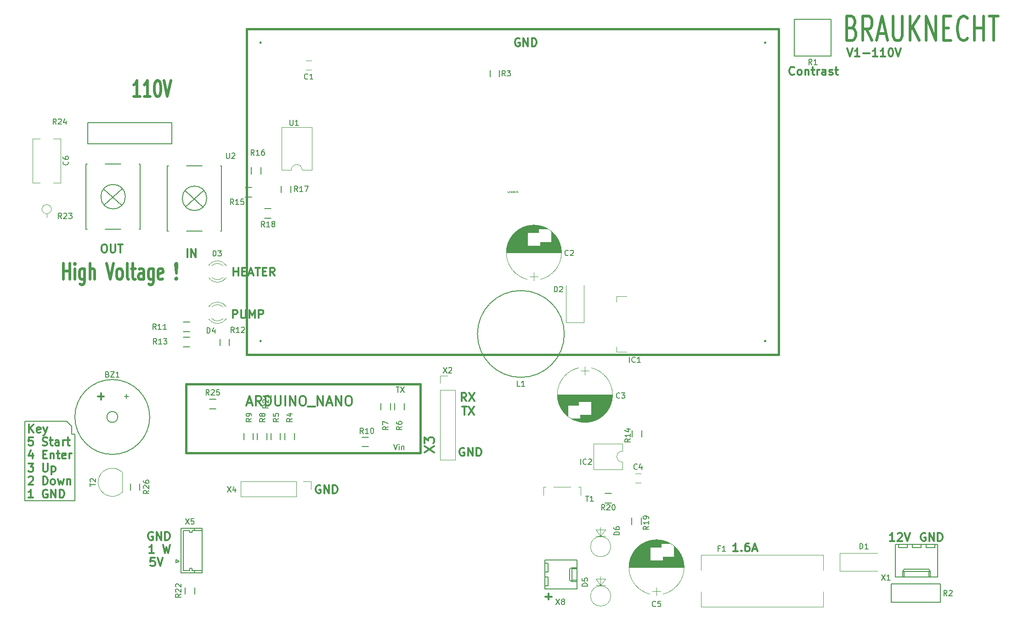
<source format=gbr>
G04 #@! TF.FileFunction,Legend,Top*
%FSLAX46Y46*%
G04 Gerber Fmt 4.6, Leading zero omitted, Abs format (unit mm)*
G04 Created by KiCad (PCBNEW 4.0.2-stable) date 2017-02-13 18:05:18*
%MOMM*%
G01*
G04 APERTURE LIST*
%ADD10C,0.100000*%
%ADD11C,0.200000*%
%ADD12C,0.300000*%
%ADD13C,0.500000*%
%ADD14C,0.381000*%
%ADD15C,0.150000*%
%ADD16C,0.120000*%
%ADD17C,0.074930*%
%ADD18C,0.076200*%
%ADD19C,0.304800*%
G04 APERTURE END LIST*
D10*
D11*
X60500000Y-120500000D02*
X60800000Y-120500000D01*
X60500000Y-135100000D02*
X60500000Y-120500000D01*
X69700000Y-135100000D02*
X60500000Y-135100000D01*
X69700000Y-122900000D02*
X69700000Y-135100000D01*
X69100000Y-122900000D02*
X69700000Y-122900000D01*
X69100000Y-121400000D02*
X69100000Y-122900000D01*
X68200000Y-120500000D02*
X69100000Y-121400000D01*
X60700000Y-120500000D02*
X68200000Y-120500000D01*
D12*
X61257143Y-122578571D02*
X61257143Y-121078571D01*
X62114286Y-122578571D02*
X61471429Y-121721429D01*
X62114286Y-121078571D02*
X61257143Y-121935714D01*
X63328571Y-122507143D02*
X63185714Y-122578571D01*
X62900000Y-122578571D01*
X62757143Y-122507143D01*
X62685714Y-122364286D01*
X62685714Y-121792857D01*
X62757143Y-121650000D01*
X62900000Y-121578571D01*
X63185714Y-121578571D01*
X63328571Y-121650000D01*
X63400000Y-121792857D01*
X63400000Y-121935714D01*
X62685714Y-122078571D01*
X63900000Y-121578571D02*
X64257143Y-122578571D01*
X64614285Y-121578571D02*
X64257143Y-122578571D01*
X64114285Y-122935714D01*
X64042857Y-123007143D01*
X63900000Y-123078571D01*
X61971429Y-123478571D02*
X61257143Y-123478571D01*
X61185714Y-124192857D01*
X61257143Y-124121429D01*
X61400000Y-124050000D01*
X61757143Y-124050000D01*
X61900000Y-124121429D01*
X61971429Y-124192857D01*
X62042857Y-124335714D01*
X62042857Y-124692857D01*
X61971429Y-124835714D01*
X61900000Y-124907143D01*
X61757143Y-124978571D01*
X61400000Y-124978571D01*
X61257143Y-124907143D01*
X61185714Y-124835714D01*
X63757142Y-124907143D02*
X63971428Y-124978571D01*
X64328571Y-124978571D01*
X64471428Y-124907143D01*
X64542857Y-124835714D01*
X64614285Y-124692857D01*
X64614285Y-124550000D01*
X64542857Y-124407143D01*
X64471428Y-124335714D01*
X64328571Y-124264286D01*
X64042857Y-124192857D01*
X63899999Y-124121429D01*
X63828571Y-124050000D01*
X63757142Y-123907143D01*
X63757142Y-123764286D01*
X63828571Y-123621429D01*
X63899999Y-123550000D01*
X64042857Y-123478571D01*
X64399999Y-123478571D01*
X64614285Y-123550000D01*
X65042856Y-123978571D02*
X65614285Y-123978571D01*
X65257142Y-123478571D02*
X65257142Y-124764286D01*
X65328570Y-124907143D01*
X65471428Y-124978571D01*
X65614285Y-124978571D01*
X66757142Y-124978571D02*
X66757142Y-124192857D01*
X66685713Y-124050000D01*
X66542856Y-123978571D01*
X66257142Y-123978571D01*
X66114285Y-124050000D01*
X66757142Y-124907143D02*
X66614285Y-124978571D01*
X66257142Y-124978571D01*
X66114285Y-124907143D01*
X66042856Y-124764286D01*
X66042856Y-124621429D01*
X66114285Y-124478571D01*
X66257142Y-124407143D01*
X66614285Y-124407143D01*
X66757142Y-124335714D01*
X67471428Y-124978571D02*
X67471428Y-123978571D01*
X67471428Y-124264286D02*
X67542856Y-124121429D01*
X67614285Y-124050000D01*
X67757142Y-123978571D01*
X67899999Y-123978571D01*
X68185713Y-123978571D02*
X68757142Y-123978571D01*
X68399999Y-123478571D02*
X68399999Y-124764286D01*
X68471427Y-124907143D01*
X68614285Y-124978571D01*
X68757142Y-124978571D01*
X61900000Y-126378571D02*
X61900000Y-127378571D01*
X61542857Y-125807143D02*
X61185714Y-126878571D01*
X62114286Y-126878571D01*
X63828571Y-126592857D02*
X64328571Y-126592857D01*
X64542857Y-127378571D02*
X63828571Y-127378571D01*
X63828571Y-125878571D01*
X64542857Y-125878571D01*
X65185714Y-126378571D02*
X65185714Y-127378571D01*
X65185714Y-126521429D02*
X65257142Y-126450000D01*
X65400000Y-126378571D01*
X65614285Y-126378571D01*
X65757142Y-126450000D01*
X65828571Y-126592857D01*
X65828571Y-127378571D01*
X66328571Y-126378571D02*
X66900000Y-126378571D01*
X66542857Y-125878571D02*
X66542857Y-127164286D01*
X66614285Y-127307143D01*
X66757143Y-127378571D01*
X66900000Y-127378571D01*
X67971428Y-127307143D02*
X67828571Y-127378571D01*
X67542857Y-127378571D01*
X67400000Y-127307143D01*
X67328571Y-127164286D01*
X67328571Y-126592857D01*
X67400000Y-126450000D01*
X67542857Y-126378571D01*
X67828571Y-126378571D01*
X67971428Y-126450000D01*
X68042857Y-126592857D01*
X68042857Y-126735714D01*
X67328571Y-126878571D01*
X68685714Y-127378571D02*
X68685714Y-126378571D01*
X68685714Y-126664286D02*
X68757142Y-126521429D01*
X68828571Y-126450000D01*
X68971428Y-126378571D01*
X69114285Y-126378571D01*
X61114286Y-128278571D02*
X62042857Y-128278571D01*
X61542857Y-128850000D01*
X61757143Y-128850000D01*
X61900000Y-128921429D01*
X61971429Y-128992857D01*
X62042857Y-129135714D01*
X62042857Y-129492857D01*
X61971429Y-129635714D01*
X61900000Y-129707143D01*
X61757143Y-129778571D01*
X61328571Y-129778571D01*
X61185714Y-129707143D01*
X61114286Y-129635714D01*
X63828571Y-128278571D02*
X63828571Y-129492857D01*
X63899999Y-129635714D01*
X63971428Y-129707143D01*
X64114285Y-129778571D01*
X64399999Y-129778571D01*
X64542857Y-129707143D01*
X64614285Y-129635714D01*
X64685714Y-129492857D01*
X64685714Y-128278571D01*
X65400000Y-128778571D02*
X65400000Y-130278571D01*
X65400000Y-128850000D02*
X65542857Y-128778571D01*
X65828571Y-128778571D01*
X65971428Y-128850000D01*
X66042857Y-128921429D01*
X66114286Y-129064286D01*
X66114286Y-129492857D01*
X66042857Y-129635714D01*
X65971428Y-129707143D01*
X65828571Y-129778571D01*
X65542857Y-129778571D01*
X65400000Y-129707143D01*
X61185714Y-130821429D02*
X61257143Y-130750000D01*
X61400000Y-130678571D01*
X61757143Y-130678571D01*
X61900000Y-130750000D01*
X61971429Y-130821429D01*
X62042857Y-130964286D01*
X62042857Y-131107143D01*
X61971429Y-131321429D01*
X61114286Y-132178571D01*
X62042857Y-132178571D01*
X63828571Y-132178571D02*
X63828571Y-130678571D01*
X64185714Y-130678571D01*
X64399999Y-130750000D01*
X64542857Y-130892857D01*
X64614285Y-131035714D01*
X64685714Y-131321429D01*
X64685714Y-131535714D01*
X64614285Y-131821429D01*
X64542857Y-131964286D01*
X64399999Y-132107143D01*
X64185714Y-132178571D01*
X63828571Y-132178571D01*
X65542857Y-132178571D02*
X65399999Y-132107143D01*
X65328571Y-132035714D01*
X65257142Y-131892857D01*
X65257142Y-131464286D01*
X65328571Y-131321429D01*
X65399999Y-131250000D01*
X65542857Y-131178571D01*
X65757142Y-131178571D01*
X65899999Y-131250000D01*
X65971428Y-131321429D01*
X66042857Y-131464286D01*
X66042857Y-131892857D01*
X65971428Y-132035714D01*
X65899999Y-132107143D01*
X65757142Y-132178571D01*
X65542857Y-132178571D01*
X66542857Y-131178571D02*
X66828571Y-132178571D01*
X67114285Y-131464286D01*
X67400000Y-132178571D01*
X67685714Y-131178571D01*
X68257143Y-131178571D02*
X68257143Y-132178571D01*
X68257143Y-131321429D02*
X68328571Y-131250000D01*
X68471429Y-131178571D01*
X68685714Y-131178571D01*
X68828571Y-131250000D01*
X68900000Y-131392857D01*
X68900000Y-132178571D01*
X62042857Y-134578571D02*
X61185714Y-134578571D01*
X61614286Y-134578571D02*
X61614286Y-133078571D01*
X61471429Y-133292857D01*
X61328571Y-133435714D01*
X61185714Y-133507143D01*
X64614285Y-133150000D02*
X64471428Y-133078571D01*
X64257142Y-133078571D01*
X64042857Y-133150000D01*
X63899999Y-133292857D01*
X63828571Y-133435714D01*
X63757142Y-133721429D01*
X63757142Y-133935714D01*
X63828571Y-134221429D01*
X63899999Y-134364286D01*
X64042857Y-134507143D01*
X64257142Y-134578571D01*
X64399999Y-134578571D01*
X64614285Y-134507143D01*
X64685714Y-134435714D01*
X64685714Y-133935714D01*
X64399999Y-133935714D01*
X65328571Y-134578571D02*
X65328571Y-133078571D01*
X66185714Y-134578571D01*
X66185714Y-133078571D01*
X66900000Y-134578571D02*
X66900000Y-133078571D01*
X67257143Y-133078571D01*
X67471428Y-133150000D01*
X67614286Y-133292857D01*
X67685714Y-133435714D01*
X67757143Y-133721429D01*
X67757143Y-133935714D01*
X67685714Y-134221429D01*
X67614286Y-134364286D01*
X67471428Y-134507143D01*
X67257143Y-134578571D01*
X66900000Y-134578571D01*
X98950000Y-93678571D02*
X98950000Y-92178571D01*
X98950000Y-92892857D02*
X99807143Y-92892857D01*
X99807143Y-93678571D02*
X99807143Y-92178571D01*
X100521429Y-92892857D02*
X101021429Y-92892857D01*
X101235715Y-93678571D02*
X100521429Y-93678571D01*
X100521429Y-92178571D01*
X101235715Y-92178571D01*
X101807143Y-93250000D02*
X102521429Y-93250000D01*
X101664286Y-93678571D02*
X102164286Y-92178571D01*
X102664286Y-93678571D01*
X102950000Y-92178571D02*
X103807143Y-92178571D01*
X103378572Y-93678571D02*
X103378572Y-92178571D01*
X104307143Y-92892857D02*
X104807143Y-92892857D01*
X105021429Y-93678571D02*
X104307143Y-93678571D01*
X104307143Y-92178571D01*
X105021429Y-92178571D01*
X106521429Y-93678571D02*
X106021429Y-92964286D01*
X105664286Y-93678571D02*
X105664286Y-92178571D01*
X106235714Y-92178571D01*
X106378572Y-92250000D01*
X106450000Y-92321429D01*
X106521429Y-92464286D01*
X106521429Y-92678571D01*
X106450000Y-92821429D01*
X106378572Y-92892857D01*
X106235714Y-92964286D01*
X105664286Y-92964286D01*
X98814286Y-101478571D02*
X98814286Y-99978571D01*
X99385714Y-99978571D01*
X99528572Y-100050000D01*
X99600000Y-100121429D01*
X99671429Y-100264286D01*
X99671429Y-100478571D01*
X99600000Y-100621429D01*
X99528572Y-100692857D01*
X99385714Y-100764286D01*
X98814286Y-100764286D01*
X100314286Y-99978571D02*
X100314286Y-101192857D01*
X100385714Y-101335714D01*
X100457143Y-101407143D01*
X100600000Y-101478571D01*
X100885714Y-101478571D01*
X101028572Y-101407143D01*
X101100000Y-101335714D01*
X101171429Y-101192857D01*
X101171429Y-99978571D01*
X101885715Y-101478571D02*
X101885715Y-99978571D01*
X102385715Y-101050000D01*
X102885715Y-99978571D01*
X102885715Y-101478571D01*
X103600001Y-101478571D02*
X103600001Y-99978571D01*
X104171429Y-99978571D01*
X104314287Y-100050000D01*
X104385715Y-100121429D01*
X104457144Y-100264286D01*
X104457144Y-100478571D01*
X104385715Y-100621429D01*
X104314287Y-100692857D01*
X104171429Y-100764286D01*
X103600001Y-100764286D01*
X212071430Y-51778571D02*
X212571430Y-53278571D01*
X213071430Y-51778571D01*
X214357144Y-53278571D02*
X213500001Y-53278571D01*
X213928573Y-53278571D02*
X213928573Y-51778571D01*
X213785716Y-51992857D01*
X213642858Y-52135714D01*
X213500001Y-52207143D01*
X215000001Y-52707143D02*
X216142858Y-52707143D01*
X217642858Y-53278571D02*
X216785715Y-53278571D01*
X217214287Y-53278571D02*
X217214287Y-51778571D01*
X217071430Y-51992857D01*
X216928572Y-52135714D01*
X216785715Y-52207143D01*
X219071429Y-53278571D02*
X218214286Y-53278571D01*
X218642858Y-53278571D02*
X218642858Y-51778571D01*
X218500001Y-51992857D01*
X218357143Y-52135714D01*
X218214286Y-52207143D01*
X220000000Y-51778571D02*
X220142857Y-51778571D01*
X220285714Y-51850000D01*
X220357143Y-51921429D01*
X220428572Y-52064286D01*
X220500000Y-52350000D01*
X220500000Y-52707143D01*
X220428572Y-52992857D01*
X220357143Y-53135714D01*
X220285714Y-53207143D01*
X220142857Y-53278571D01*
X220000000Y-53278571D01*
X219857143Y-53207143D01*
X219785714Y-53135714D01*
X219714286Y-52992857D01*
X219642857Y-52707143D01*
X219642857Y-52350000D01*
X219714286Y-52064286D01*
X219785714Y-51921429D01*
X219857143Y-51850000D01*
X220000000Y-51778571D01*
X220928571Y-51778571D02*
X221428571Y-53278571D01*
X221928571Y-51778571D01*
D13*
X212914286Y-47978571D02*
X213342857Y-48192857D01*
X213485714Y-48407143D01*
X213628571Y-48835714D01*
X213628571Y-49478571D01*
X213485714Y-49907143D01*
X213342857Y-50121429D01*
X213057143Y-50335714D01*
X211914286Y-50335714D01*
X211914286Y-45835714D01*
X212914286Y-45835714D01*
X213200000Y-46050000D01*
X213342857Y-46264286D01*
X213485714Y-46692857D01*
X213485714Y-47121429D01*
X213342857Y-47550000D01*
X213200000Y-47764286D01*
X212914286Y-47978571D01*
X211914286Y-47978571D01*
X216628571Y-50335714D02*
X215628571Y-48192857D01*
X214914286Y-50335714D02*
X214914286Y-45835714D01*
X216057143Y-45835714D01*
X216342857Y-46050000D01*
X216485714Y-46264286D01*
X216628571Y-46692857D01*
X216628571Y-47335714D01*
X216485714Y-47764286D01*
X216342857Y-47978571D01*
X216057143Y-48192857D01*
X214914286Y-48192857D01*
X217771429Y-49050000D02*
X219200000Y-49050000D01*
X217485714Y-50335714D02*
X218485714Y-45835714D01*
X219485714Y-50335714D01*
X220485715Y-45835714D02*
X220485715Y-49478571D01*
X220628572Y-49907143D01*
X220771429Y-50121429D01*
X221057143Y-50335714D01*
X221628572Y-50335714D01*
X221914286Y-50121429D01*
X222057143Y-49907143D01*
X222200000Y-49478571D01*
X222200000Y-45835714D01*
X223628572Y-50335714D02*
X223628572Y-45835714D01*
X225342857Y-50335714D02*
X224057143Y-47764286D01*
X225342857Y-45835714D02*
X223628572Y-48407143D01*
X226628572Y-50335714D02*
X226628572Y-45835714D01*
X228342857Y-50335714D01*
X228342857Y-45835714D01*
X229771429Y-47978571D02*
X230771429Y-47978571D01*
X231200000Y-50335714D02*
X229771429Y-50335714D01*
X229771429Y-45835714D01*
X231200000Y-45835714D01*
X234200000Y-49907143D02*
X234057143Y-50121429D01*
X233628572Y-50335714D01*
X233342858Y-50335714D01*
X232914286Y-50121429D01*
X232628572Y-49692857D01*
X232485715Y-49264286D01*
X232342858Y-48407143D01*
X232342858Y-47764286D01*
X232485715Y-46907143D01*
X232628572Y-46478571D01*
X232914286Y-46050000D01*
X233342858Y-45835714D01*
X233628572Y-45835714D01*
X234057143Y-46050000D01*
X234200000Y-46264286D01*
X235485715Y-50335714D02*
X235485715Y-45835714D01*
X235485715Y-47978571D02*
X237200000Y-47978571D01*
X237200000Y-50335714D02*
X237200000Y-45835714D01*
X238200000Y-45835714D02*
X239914286Y-45835714D01*
X239057143Y-50335714D02*
X239057143Y-45835714D01*
X81709524Y-60657143D02*
X80566666Y-60657143D01*
X81138095Y-60657143D02*
X81138095Y-57657143D01*
X80947619Y-58085714D01*
X80757143Y-58371429D01*
X80566666Y-58514286D01*
X83614286Y-60657143D02*
X82471428Y-60657143D01*
X83042857Y-60657143D02*
X83042857Y-57657143D01*
X82852381Y-58085714D01*
X82661905Y-58371429D01*
X82471428Y-58514286D01*
X84852381Y-57657143D02*
X85042857Y-57657143D01*
X85233333Y-57800000D01*
X85328571Y-57942857D01*
X85423809Y-58228571D01*
X85519048Y-58800000D01*
X85519048Y-59514286D01*
X85423809Y-60085714D01*
X85328571Y-60371429D01*
X85233333Y-60514286D01*
X85042857Y-60657143D01*
X84852381Y-60657143D01*
X84661905Y-60514286D01*
X84566667Y-60371429D01*
X84471428Y-60085714D01*
X84376190Y-59514286D01*
X84376190Y-58800000D01*
X84471428Y-58228571D01*
X84566667Y-57942857D01*
X84661905Y-57800000D01*
X84852381Y-57657143D01*
X86090476Y-57657143D02*
X86757143Y-60657143D01*
X87423810Y-57657143D01*
X67619046Y-94357143D02*
X67619046Y-91357143D01*
X67619046Y-92785714D02*
X68761904Y-92785714D01*
X68761904Y-94357143D02*
X68761904Y-91357143D01*
X69714284Y-94357143D02*
X69714284Y-92357143D01*
X69714284Y-91357143D02*
X69619046Y-91500000D01*
X69714284Y-91642857D01*
X69809523Y-91500000D01*
X69714284Y-91357143D01*
X69714284Y-91642857D01*
X71523808Y-92357143D02*
X71523808Y-94785714D01*
X71428570Y-95071429D01*
X71333332Y-95214286D01*
X71142856Y-95357143D01*
X70857142Y-95357143D01*
X70666665Y-95214286D01*
X71523808Y-94214286D02*
X71333332Y-94357143D01*
X70952380Y-94357143D01*
X70761904Y-94214286D01*
X70666665Y-94071429D01*
X70571427Y-93785714D01*
X70571427Y-92928571D01*
X70666665Y-92642857D01*
X70761904Y-92500000D01*
X70952380Y-92357143D01*
X71333332Y-92357143D01*
X71523808Y-92500000D01*
X72476189Y-94357143D02*
X72476189Y-91357143D01*
X73333332Y-94357143D02*
X73333332Y-92785714D01*
X73238094Y-92500000D01*
X73047618Y-92357143D01*
X72761904Y-92357143D01*
X72571428Y-92500000D01*
X72476189Y-92642857D01*
X75523809Y-91357143D02*
X76190476Y-94357143D01*
X76857143Y-91357143D01*
X77809524Y-94357143D02*
X77619048Y-94214286D01*
X77523809Y-94071429D01*
X77428571Y-93785714D01*
X77428571Y-92928571D01*
X77523809Y-92642857D01*
X77619048Y-92500000D01*
X77809524Y-92357143D01*
X78095238Y-92357143D01*
X78285714Y-92500000D01*
X78380952Y-92642857D01*
X78476190Y-92928571D01*
X78476190Y-93785714D01*
X78380952Y-94071429D01*
X78285714Y-94214286D01*
X78095238Y-94357143D01*
X77809524Y-94357143D01*
X79619048Y-94357143D02*
X79428572Y-94214286D01*
X79333333Y-93928571D01*
X79333333Y-91357143D01*
X80095238Y-92357143D02*
X80857143Y-92357143D01*
X80380952Y-91357143D02*
X80380952Y-93928571D01*
X80476191Y-94214286D01*
X80666667Y-94357143D01*
X80857143Y-94357143D01*
X82380952Y-94357143D02*
X82380952Y-92785714D01*
X82285714Y-92500000D01*
X82095238Y-92357143D01*
X81714286Y-92357143D01*
X81523809Y-92500000D01*
X82380952Y-94214286D02*
X82190476Y-94357143D01*
X81714286Y-94357143D01*
X81523809Y-94214286D01*
X81428571Y-93928571D01*
X81428571Y-93642857D01*
X81523809Y-93357143D01*
X81714286Y-93214286D01*
X82190476Y-93214286D01*
X82380952Y-93071429D01*
X84190476Y-92357143D02*
X84190476Y-94785714D01*
X84095238Y-95071429D01*
X84000000Y-95214286D01*
X83809524Y-95357143D01*
X83523810Y-95357143D01*
X83333333Y-95214286D01*
X84190476Y-94214286D02*
X84000000Y-94357143D01*
X83619048Y-94357143D01*
X83428572Y-94214286D01*
X83333333Y-94071429D01*
X83238095Y-93785714D01*
X83238095Y-92928571D01*
X83333333Y-92642857D01*
X83428572Y-92500000D01*
X83619048Y-92357143D01*
X84000000Y-92357143D01*
X84190476Y-92500000D01*
X85904762Y-94214286D02*
X85714286Y-94357143D01*
X85333334Y-94357143D01*
X85142857Y-94214286D01*
X85047619Y-93928571D01*
X85047619Y-92785714D01*
X85142857Y-92500000D01*
X85333334Y-92357143D01*
X85714286Y-92357143D01*
X85904762Y-92500000D01*
X86000000Y-92785714D01*
X86000000Y-93071429D01*
X85047619Y-93357143D01*
X88380953Y-94071429D02*
X88476192Y-94214286D01*
X88380953Y-94357143D01*
X88285715Y-94214286D01*
X88380953Y-94071429D01*
X88380953Y-94357143D01*
X88380953Y-93214286D02*
X88285715Y-91500000D01*
X88380953Y-91357143D01*
X88476192Y-91500000D01*
X88380953Y-93214286D01*
X88380953Y-91357143D01*
D12*
X202300000Y-56535714D02*
X202228571Y-56607143D01*
X202014285Y-56678571D01*
X201871428Y-56678571D01*
X201657143Y-56607143D01*
X201514285Y-56464286D01*
X201442857Y-56321429D01*
X201371428Y-56035714D01*
X201371428Y-55821429D01*
X201442857Y-55535714D01*
X201514285Y-55392857D01*
X201657143Y-55250000D01*
X201871428Y-55178571D01*
X202014285Y-55178571D01*
X202228571Y-55250000D01*
X202300000Y-55321429D01*
X203157143Y-56678571D02*
X203014285Y-56607143D01*
X202942857Y-56535714D01*
X202871428Y-56392857D01*
X202871428Y-55964286D01*
X202942857Y-55821429D01*
X203014285Y-55750000D01*
X203157143Y-55678571D01*
X203371428Y-55678571D01*
X203514285Y-55750000D01*
X203585714Y-55821429D01*
X203657143Y-55964286D01*
X203657143Y-56392857D01*
X203585714Y-56535714D01*
X203514285Y-56607143D01*
X203371428Y-56678571D01*
X203157143Y-56678571D01*
X204300000Y-55678571D02*
X204300000Y-56678571D01*
X204300000Y-55821429D02*
X204371428Y-55750000D01*
X204514286Y-55678571D01*
X204728571Y-55678571D01*
X204871428Y-55750000D01*
X204942857Y-55892857D01*
X204942857Y-56678571D01*
X205442857Y-55678571D02*
X206014286Y-55678571D01*
X205657143Y-55178571D02*
X205657143Y-56464286D01*
X205728571Y-56607143D01*
X205871429Y-56678571D01*
X206014286Y-56678571D01*
X206514286Y-56678571D02*
X206514286Y-55678571D01*
X206514286Y-55964286D02*
X206585714Y-55821429D01*
X206657143Y-55750000D01*
X206800000Y-55678571D01*
X206942857Y-55678571D01*
X208085714Y-56678571D02*
X208085714Y-55892857D01*
X208014285Y-55750000D01*
X207871428Y-55678571D01*
X207585714Y-55678571D01*
X207442857Y-55750000D01*
X208085714Y-56607143D02*
X207942857Y-56678571D01*
X207585714Y-56678571D01*
X207442857Y-56607143D01*
X207371428Y-56464286D01*
X207371428Y-56321429D01*
X207442857Y-56178571D01*
X207585714Y-56107143D01*
X207942857Y-56107143D01*
X208085714Y-56035714D01*
X208728571Y-56607143D02*
X208871428Y-56678571D01*
X209157143Y-56678571D01*
X209300000Y-56607143D01*
X209371428Y-56464286D01*
X209371428Y-56392857D01*
X209300000Y-56250000D01*
X209157143Y-56178571D01*
X208942857Y-56178571D01*
X208800000Y-56107143D01*
X208728571Y-55964286D01*
X208728571Y-55892857D01*
X208800000Y-55750000D01*
X208942857Y-55678571D01*
X209157143Y-55678571D01*
X209300000Y-55750000D01*
X209800000Y-55678571D02*
X210371429Y-55678571D01*
X210014286Y-55178571D02*
X210014286Y-56464286D01*
X210085714Y-56607143D01*
X210228572Y-56678571D01*
X210371429Y-56678571D01*
X141457143Y-125450000D02*
X141314286Y-125378571D01*
X141100000Y-125378571D01*
X140885715Y-125450000D01*
X140742857Y-125592857D01*
X140671429Y-125735714D01*
X140600000Y-126021429D01*
X140600000Y-126235714D01*
X140671429Y-126521429D01*
X140742857Y-126664286D01*
X140885715Y-126807143D01*
X141100000Y-126878571D01*
X141242857Y-126878571D01*
X141457143Y-126807143D01*
X141528572Y-126735714D01*
X141528572Y-126235714D01*
X141242857Y-126235714D01*
X142171429Y-126878571D02*
X142171429Y-125378571D01*
X143028572Y-126878571D01*
X143028572Y-125378571D01*
X143742858Y-126878571D02*
X143742858Y-125378571D01*
X144100001Y-125378571D01*
X144314286Y-125450000D01*
X144457144Y-125592857D01*
X144528572Y-125735714D01*
X144600001Y-126021429D01*
X144600001Y-126235714D01*
X144528572Y-126521429D01*
X144457144Y-126664286D01*
X144314286Y-126807143D01*
X144100001Y-126878571D01*
X143742858Y-126878571D01*
X141057143Y-117778571D02*
X141914286Y-117778571D01*
X141485715Y-119278571D02*
X141485715Y-117778571D01*
X142271429Y-117778571D02*
X143271429Y-119278571D01*
X143271429Y-117778571D02*
X142271429Y-119278571D01*
X141850001Y-116778571D02*
X141350001Y-116064286D01*
X140992858Y-116778571D02*
X140992858Y-115278571D01*
X141564286Y-115278571D01*
X141707144Y-115350000D01*
X141778572Y-115421429D01*
X141850001Y-115564286D01*
X141850001Y-115778571D01*
X141778572Y-115921429D01*
X141707144Y-115992857D01*
X141564286Y-116064286D01*
X140992858Y-116064286D01*
X142350001Y-115278571D02*
X143350001Y-116778571D01*
X143350001Y-115278571D02*
X142350001Y-116778571D01*
X151657143Y-49950000D02*
X151514286Y-49878571D01*
X151300000Y-49878571D01*
X151085715Y-49950000D01*
X150942857Y-50092857D01*
X150871429Y-50235714D01*
X150800000Y-50521429D01*
X150800000Y-50735714D01*
X150871429Y-51021429D01*
X150942857Y-51164286D01*
X151085715Y-51307143D01*
X151300000Y-51378571D01*
X151442857Y-51378571D01*
X151657143Y-51307143D01*
X151728572Y-51235714D01*
X151728572Y-50735714D01*
X151442857Y-50735714D01*
X152371429Y-51378571D02*
X152371429Y-49878571D01*
X153228572Y-51378571D01*
X153228572Y-49878571D01*
X153942858Y-51378571D02*
X153942858Y-49878571D01*
X154300001Y-49878571D01*
X154514286Y-49950000D01*
X154657144Y-50092857D01*
X154728572Y-50235714D01*
X154800001Y-50521429D01*
X154800001Y-50735714D01*
X154728572Y-51021429D01*
X154657144Y-51164286D01*
X154514286Y-51307143D01*
X154300001Y-51378571D01*
X153942858Y-51378571D01*
X90414286Y-90278571D02*
X90414286Y-88778571D01*
X91128572Y-90278571D02*
X91128572Y-88778571D01*
X91985715Y-90278571D01*
X91985715Y-88778571D01*
X75000000Y-87878571D02*
X75285714Y-87878571D01*
X75428572Y-87950000D01*
X75571429Y-88092857D01*
X75642857Y-88378571D01*
X75642857Y-88878571D01*
X75571429Y-89164286D01*
X75428572Y-89307143D01*
X75285714Y-89378571D01*
X75000000Y-89378571D01*
X74857143Y-89307143D01*
X74714286Y-89164286D01*
X74642857Y-88878571D01*
X74642857Y-88378571D01*
X74714286Y-88092857D01*
X74857143Y-87950000D01*
X75000000Y-87878571D01*
X76285715Y-87878571D02*
X76285715Y-89092857D01*
X76357143Y-89235714D01*
X76428572Y-89307143D01*
X76571429Y-89378571D01*
X76857143Y-89378571D01*
X77000001Y-89307143D01*
X77071429Y-89235714D01*
X77142858Y-89092857D01*
X77142858Y-87878571D01*
X77642858Y-87878571D02*
X78500001Y-87878571D01*
X78071430Y-89378571D02*
X78071430Y-87878571D01*
X73928572Y-115907143D02*
X75071429Y-115907143D01*
X74500000Y-116478571D02*
X74500000Y-115335714D01*
X114957143Y-132350000D02*
X114814286Y-132278571D01*
X114600000Y-132278571D01*
X114385715Y-132350000D01*
X114242857Y-132492857D01*
X114171429Y-132635714D01*
X114100000Y-132921429D01*
X114100000Y-133135714D01*
X114171429Y-133421429D01*
X114242857Y-133564286D01*
X114385715Y-133707143D01*
X114600000Y-133778571D01*
X114742857Y-133778571D01*
X114957143Y-133707143D01*
X115028572Y-133635714D01*
X115028572Y-133135714D01*
X114742857Y-133135714D01*
X115671429Y-133778571D02*
X115671429Y-132278571D01*
X116528572Y-133778571D01*
X116528572Y-132278571D01*
X117242858Y-133778571D02*
X117242858Y-132278571D01*
X117600001Y-132278571D01*
X117814286Y-132350000D01*
X117957144Y-132492857D01*
X118028572Y-132635714D01*
X118100001Y-132921429D01*
X118100001Y-133135714D01*
X118028572Y-133421429D01*
X117957144Y-133564286D01*
X117814286Y-133707143D01*
X117600001Y-133778571D01*
X117242858Y-133778571D01*
X84300000Y-144778571D02*
X83442857Y-144778571D01*
X83871429Y-144778571D02*
X83871429Y-143278571D01*
X83728572Y-143492857D01*
X83585714Y-143635714D01*
X83442857Y-143707143D01*
X85942857Y-143278571D02*
X86300000Y-144778571D01*
X86585714Y-143707143D01*
X86871428Y-144778571D01*
X87228571Y-143278571D01*
X84414287Y-145678571D02*
X83700001Y-145678571D01*
X83628572Y-146392857D01*
X83700001Y-146321429D01*
X83842858Y-146250000D01*
X84200001Y-146250000D01*
X84342858Y-146321429D01*
X84414287Y-146392857D01*
X84485715Y-146535714D01*
X84485715Y-146892857D01*
X84414287Y-147035714D01*
X84342858Y-147107143D01*
X84200001Y-147178571D01*
X83842858Y-147178571D01*
X83700001Y-147107143D01*
X83628572Y-147035714D01*
X84914286Y-145678571D02*
X85414286Y-147178571D01*
X85914286Y-145678571D01*
X84057143Y-140950000D02*
X83914286Y-140878571D01*
X83700000Y-140878571D01*
X83485715Y-140950000D01*
X83342857Y-141092857D01*
X83271429Y-141235714D01*
X83200000Y-141521429D01*
X83200000Y-141735714D01*
X83271429Y-142021429D01*
X83342857Y-142164286D01*
X83485715Y-142307143D01*
X83700000Y-142378571D01*
X83842857Y-142378571D01*
X84057143Y-142307143D01*
X84128572Y-142235714D01*
X84128572Y-141735714D01*
X83842857Y-141735714D01*
X84771429Y-142378571D02*
X84771429Y-140878571D01*
X85628572Y-142378571D01*
X85628572Y-140878571D01*
X86342858Y-142378571D02*
X86342858Y-140878571D01*
X86700001Y-140878571D01*
X86914286Y-140950000D01*
X87057144Y-141092857D01*
X87128572Y-141235714D01*
X87200001Y-141521429D01*
X87200001Y-141735714D01*
X87128572Y-142021429D01*
X87057144Y-142164286D01*
X86914286Y-142307143D01*
X86700001Y-142378571D01*
X86342858Y-142378571D01*
X156428572Y-152807143D02*
X157571429Y-152807143D01*
X157000000Y-153378571D02*
X157000000Y-152235714D01*
X220771429Y-142578571D02*
X219914286Y-142578571D01*
X220342858Y-142578571D02*
X220342858Y-141078571D01*
X220200001Y-141292857D01*
X220057143Y-141435714D01*
X219914286Y-141507143D01*
X221342857Y-141221429D02*
X221414286Y-141150000D01*
X221557143Y-141078571D01*
X221914286Y-141078571D01*
X222057143Y-141150000D01*
X222128572Y-141221429D01*
X222200000Y-141364286D01*
X222200000Y-141507143D01*
X222128572Y-141721429D01*
X221271429Y-142578571D01*
X222200000Y-142578571D01*
X222628571Y-141078571D02*
X223128571Y-142578571D01*
X223628571Y-141078571D01*
X226457143Y-141150000D02*
X226314286Y-141078571D01*
X226100000Y-141078571D01*
X225885715Y-141150000D01*
X225742857Y-141292857D01*
X225671429Y-141435714D01*
X225600000Y-141721429D01*
X225600000Y-141935714D01*
X225671429Y-142221429D01*
X225742857Y-142364286D01*
X225885715Y-142507143D01*
X226100000Y-142578571D01*
X226242857Y-142578571D01*
X226457143Y-142507143D01*
X226528572Y-142435714D01*
X226528572Y-141935714D01*
X226242857Y-141935714D01*
X227171429Y-142578571D02*
X227171429Y-141078571D01*
X228028572Y-142578571D01*
X228028572Y-141078571D01*
X228742858Y-142578571D02*
X228742858Y-141078571D01*
X229100001Y-141078571D01*
X229314286Y-141150000D01*
X229457144Y-141292857D01*
X229528572Y-141435714D01*
X229600001Y-141721429D01*
X229600001Y-141935714D01*
X229528572Y-142221429D01*
X229457144Y-142364286D01*
X229314286Y-142507143D01*
X229100001Y-142578571D01*
X228742858Y-142578571D01*
X191914286Y-144478571D02*
X191057143Y-144478571D01*
X191485715Y-144478571D02*
X191485715Y-142978571D01*
X191342858Y-143192857D01*
X191200000Y-143335714D01*
X191057143Y-143407143D01*
X192557143Y-144335714D02*
X192628571Y-144407143D01*
X192557143Y-144478571D01*
X192485714Y-144407143D01*
X192557143Y-144335714D01*
X192557143Y-144478571D01*
X193914286Y-142978571D02*
X193628572Y-142978571D01*
X193485715Y-143050000D01*
X193414286Y-143121429D01*
X193271429Y-143335714D01*
X193200000Y-143621429D01*
X193200000Y-144192857D01*
X193271429Y-144335714D01*
X193342857Y-144407143D01*
X193485715Y-144478571D01*
X193771429Y-144478571D01*
X193914286Y-144407143D01*
X193985715Y-144335714D01*
X194057143Y-144192857D01*
X194057143Y-143835714D01*
X193985715Y-143692857D01*
X193914286Y-143621429D01*
X193771429Y-143550000D01*
X193485715Y-143550000D01*
X193342857Y-143621429D01*
X193271429Y-143692857D01*
X193200000Y-143835714D01*
X194628571Y-144050000D02*
X195342857Y-144050000D01*
X194485714Y-144478571D02*
X194985714Y-142978571D01*
X195485714Y-144478571D01*
D14*
X103925620Y-50699420D02*
G75*
G03X103925620Y-50699420I-25400J0D01*
G01*
X196925180Y-50699420D02*
G75*
G03X196925180Y-50699420I-25400J0D01*
G01*
X196925180Y-105700580D02*
G75*
G03X196925180Y-105700580I-25400J0D01*
G01*
X103936141Y-105700580D02*
G75*
G03X103936141Y-105700580I-35921J0D01*
G01*
X101400860Y-48200060D02*
X199399140Y-48200060D01*
X199399140Y-48200060D02*
X199399140Y-108199940D01*
X199399140Y-108199940D02*
X101400860Y-108199940D01*
X101400860Y-108199940D02*
X101400860Y-48200060D01*
D15*
X77600760Y-119700000D02*
G75*
G03X77600760Y-119700000I-1000760J0D01*
G01*
X83500000Y-119700000D02*
G75*
G03X83500000Y-119700000I-6900000J0D01*
G01*
D16*
X112300000Y-55750000D02*
X113300000Y-55750000D01*
X113300000Y-54050000D02*
X112300000Y-54050000D01*
X153120806Y-84448475D02*
G75*
G03X153120000Y-94351333I1179194J-4951525D01*
G01*
X155479194Y-84448475D02*
G75*
G02X155480000Y-94351333I-1179194J-4951525D01*
G01*
X155479194Y-84448475D02*
G75*
G03X153120000Y-84448667I-1179194J-4951525D01*
G01*
X149250000Y-89400000D02*
X159350000Y-89400000D01*
X149250000Y-89360000D02*
X159350000Y-89360000D01*
X149250000Y-89320000D02*
X159350000Y-89320000D01*
X149251000Y-89280000D02*
X159349000Y-89280000D01*
X149252000Y-89240000D02*
X159348000Y-89240000D01*
X149253000Y-89200000D02*
X159347000Y-89200000D01*
X149255000Y-89160000D02*
X159345000Y-89160000D01*
X149257000Y-89120000D02*
X159343000Y-89120000D01*
X149260000Y-89080000D02*
X159340000Y-89080000D01*
X149262000Y-89040000D02*
X159338000Y-89040000D01*
X149265000Y-89000000D02*
X159335000Y-89000000D01*
X149269000Y-88960000D02*
X159331000Y-88960000D01*
X149272000Y-88920000D02*
X159328000Y-88920000D01*
X149276000Y-88880000D02*
X159324000Y-88880000D01*
X149280000Y-88840000D02*
X159320000Y-88840000D01*
X149285000Y-88800000D02*
X159315000Y-88800000D01*
X149290000Y-88760000D02*
X159310000Y-88760000D01*
X149295000Y-88720000D02*
X159305000Y-88720000D01*
X149301000Y-88679000D02*
X159299000Y-88679000D01*
X149307000Y-88639000D02*
X159293000Y-88639000D01*
X149313000Y-88599000D02*
X159287000Y-88599000D01*
X149319000Y-88559000D02*
X159281000Y-88559000D01*
X149326000Y-88519000D02*
X159274000Y-88519000D01*
X149333000Y-88479000D02*
X159267000Y-88479000D01*
X149341000Y-88439000D02*
X159259000Y-88439000D01*
X149349000Y-88399000D02*
X159251000Y-88399000D01*
X149357000Y-88359000D02*
X159243000Y-88359000D01*
X149365000Y-88319000D02*
X159235000Y-88319000D01*
X149374000Y-88279000D02*
X159226000Y-88279000D01*
X149383000Y-88239000D02*
X159217000Y-88239000D01*
X149393000Y-88199000D02*
X159207000Y-88199000D01*
X149403000Y-88159000D02*
X159197000Y-88159000D01*
X149413000Y-88119000D02*
X159187000Y-88119000D01*
X149424000Y-88079000D02*
X153119000Y-88079000D01*
X155481000Y-88079000D02*
X159176000Y-88079000D01*
X149435000Y-88039000D02*
X153119000Y-88039000D01*
X155481000Y-88039000D02*
X159165000Y-88039000D01*
X149446000Y-87999000D02*
X153119000Y-87999000D01*
X155481000Y-87999000D02*
X159154000Y-87999000D01*
X149457000Y-87959000D02*
X153119000Y-87959000D01*
X155481000Y-87959000D02*
X159143000Y-87959000D01*
X149469000Y-87919000D02*
X153119000Y-87919000D01*
X155481000Y-87919000D02*
X159131000Y-87919000D01*
X149482000Y-87879000D02*
X153119000Y-87879000D01*
X155481000Y-87879000D02*
X159118000Y-87879000D01*
X149494000Y-87839000D02*
X153119000Y-87839000D01*
X155481000Y-87839000D02*
X159106000Y-87839000D01*
X149508000Y-87799000D02*
X153119000Y-87799000D01*
X155481000Y-87799000D02*
X159092000Y-87799000D01*
X149521000Y-87759000D02*
X153119000Y-87759000D01*
X155481000Y-87759000D02*
X159079000Y-87759000D01*
X149535000Y-87719000D02*
X153119000Y-87719000D01*
X155481000Y-87719000D02*
X159065000Y-87719000D01*
X149549000Y-87679000D02*
X153119000Y-87679000D01*
X155481000Y-87679000D02*
X159051000Y-87679000D01*
X149563000Y-87639000D02*
X153119000Y-87639000D01*
X155481000Y-87639000D02*
X159037000Y-87639000D01*
X149578000Y-87599000D02*
X153119000Y-87599000D01*
X155481000Y-87599000D02*
X159022000Y-87599000D01*
X149594000Y-87559000D02*
X153119000Y-87559000D01*
X155481000Y-87559000D02*
X159006000Y-87559000D01*
X149609000Y-87519000D02*
X153119000Y-87519000D01*
X155481000Y-87519000D02*
X158991000Y-87519000D01*
X149626000Y-87479000D02*
X153119000Y-87479000D01*
X155481000Y-87479000D02*
X158974000Y-87479000D01*
X149642000Y-87439000D02*
X153119000Y-87439000D01*
X155481000Y-87439000D02*
X158958000Y-87439000D01*
X149659000Y-87399000D02*
X153119000Y-87399000D01*
X157480000Y-87399000D02*
X158941000Y-87399000D01*
X149676000Y-87359000D02*
X153119000Y-87359000D01*
X157480000Y-87359000D02*
X158924000Y-87359000D01*
X149694000Y-87319000D02*
X153119000Y-87319000D01*
X157480000Y-87319000D02*
X158906000Y-87319000D01*
X149712000Y-87279000D02*
X153119000Y-87279000D01*
X157480000Y-87279000D02*
X158888000Y-87279000D01*
X149731000Y-87239000D02*
X153119000Y-87239000D01*
X157480000Y-87239000D02*
X158869000Y-87239000D01*
X149750000Y-87199000D02*
X153119000Y-87199000D01*
X157480000Y-87199000D02*
X158850000Y-87199000D01*
X149769000Y-87159000D02*
X153119000Y-87159000D01*
X157480000Y-87159000D02*
X158831000Y-87159000D01*
X149789000Y-87119000D02*
X153119000Y-87119000D01*
X157480000Y-87119000D02*
X158811000Y-87119000D01*
X149809000Y-87079000D02*
X153119000Y-87079000D01*
X157480000Y-87079000D02*
X158791000Y-87079000D01*
X149830000Y-87039000D02*
X153119000Y-87039000D01*
X157480000Y-87039000D02*
X158770000Y-87039000D01*
X149851000Y-86999000D02*
X153119000Y-86999000D01*
X157480000Y-86999000D02*
X158749000Y-86999000D01*
X149872000Y-86959000D02*
X153119000Y-86959000D01*
X157480000Y-86959000D02*
X158728000Y-86959000D01*
X149895000Y-86919000D02*
X153119000Y-86919000D01*
X157480000Y-86919000D02*
X158705000Y-86919000D01*
X149917000Y-86879000D02*
X153119000Y-86879000D01*
X157480000Y-86879000D02*
X158683000Y-86879000D01*
X149940000Y-86839000D02*
X153119000Y-86839000D01*
X157480000Y-86839000D02*
X158660000Y-86839000D01*
X149964000Y-86799000D02*
X153119000Y-86799000D01*
X157480000Y-86799000D02*
X158636000Y-86799000D01*
X149988000Y-86759000D02*
X153119000Y-86759000D01*
X157480000Y-86759000D02*
X158612000Y-86759000D01*
X150012000Y-86719000D02*
X153119000Y-86719000D01*
X157480000Y-86719000D02*
X158588000Y-86719000D01*
X150037000Y-86679000D02*
X153119000Y-86679000D01*
X157480000Y-86679000D02*
X158563000Y-86679000D01*
X150063000Y-86639000D02*
X153119000Y-86639000D01*
X157480000Y-86639000D02*
X158537000Y-86639000D01*
X150089000Y-86599000D02*
X153119000Y-86599000D01*
X157480000Y-86599000D02*
X158511000Y-86599000D01*
X150115000Y-86559000D02*
X153119000Y-86559000D01*
X157480000Y-86559000D02*
X158485000Y-86559000D01*
X150143000Y-86519000D02*
X153119000Y-86519000D01*
X157480000Y-86519000D02*
X158457000Y-86519000D01*
X150170000Y-86479000D02*
X153119000Y-86479000D01*
X157480000Y-86479000D02*
X158430000Y-86479000D01*
X150199000Y-86439000D02*
X153119000Y-86439000D01*
X157480000Y-86439000D02*
X158401000Y-86439000D01*
X150228000Y-86399000D02*
X153119000Y-86399000D01*
X157480000Y-86399000D02*
X158372000Y-86399000D01*
X150257000Y-86359000D02*
X153119000Y-86359000D01*
X157480000Y-86359000D02*
X158343000Y-86359000D01*
X150287000Y-86319000D02*
X153119000Y-86319000D01*
X157480000Y-86319000D02*
X158313000Y-86319000D01*
X150318000Y-86279000D02*
X153119000Y-86279000D01*
X157480000Y-86279000D02*
X158282000Y-86279000D01*
X150349000Y-86239000D02*
X153119000Y-86239000D01*
X157480000Y-86239000D02*
X158251000Y-86239000D01*
X150381000Y-86199000D02*
X153119000Y-86199000D01*
X157480000Y-86199000D02*
X158219000Y-86199000D01*
X150414000Y-86159000D02*
X153119000Y-86159000D01*
X157480000Y-86159000D02*
X158186000Y-86159000D01*
X150447000Y-86119000D02*
X153119000Y-86119000D01*
X157480000Y-86119000D02*
X158153000Y-86119000D01*
X150481000Y-86079000D02*
X153119000Y-86079000D01*
X157480000Y-86079000D02*
X158119000Y-86079000D01*
X150516000Y-86039000D02*
X153119000Y-86039000D01*
X157480000Y-86039000D02*
X158084000Y-86039000D01*
X150552000Y-85999000D02*
X153119000Y-85999000D01*
X157480000Y-85999000D02*
X158048000Y-85999000D01*
X150588000Y-85959000D02*
X153119000Y-85959000D01*
X157480000Y-85959000D02*
X158012000Y-85959000D01*
X150625000Y-85919000D02*
X153119000Y-85919000D01*
X157480000Y-85919000D02*
X157975000Y-85919000D01*
X150663000Y-85879000D02*
X153119000Y-85879000D01*
X157480000Y-85879000D02*
X157937000Y-85879000D01*
X150702000Y-85839000D02*
X153119000Y-85839000D01*
X157480000Y-85839000D02*
X157898000Y-85839000D01*
X150741000Y-85799000D02*
X153119000Y-85799000D01*
X157480000Y-85799000D02*
X157859000Y-85799000D01*
X150782000Y-85759000D02*
X153119000Y-85759000D01*
X157480000Y-85759000D02*
X157818000Y-85759000D01*
X150823000Y-85719000D02*
X155120000Y-85719000D01*
X157480000Y-85719000D02*
X157777000Y-85719000D01*
X150865000Y-85679000D02*
X155120000Y-85679000D01*
X157480000Y-85679000D02*
X157735000Y-85679000D01*
X150909000Y-85639000D02*
X155120000Y-85639000D01*
X157480000Y-85639000D02*
X157691000Y-85639000D01*
X150953000Y-85599000D02*
X155120000Y-85599000D01*
X157480000Y-85599000D02*
X157647000Y-85599000D01*
X150998000Y-85559000D02*
X155120000Y-85559000D01*
X157480000Y-85559000D02*
X157602000Y-85559000D01*
X151045000Y-85519000D02*
X155120000Y-85519000D01*
X157480000Y-85519000D02*
X157555000Y-85519000D01*
X151093000Y-85479000D02*
X155120000Y-85479000D01*
X157480000Y-85479000D02*
X157507000Y-85479000D01*
X151142000Y-85439000D02*
X155120000Y-85439000D01*
X151192000Y-85399000D02*
X155120000Y-85399000D01*
X151243000Y-85359000D02*
X155120000Y-85359000D01*
X151296000Y-85319000D02*
X155120000Y-85319000D01*
X151351000Y-85279000D02*
X155120000Y-85279000D01*
X151406000Y-85239000D02*
X155120000Y-85239000D01*
X151464000Y-85199000D02*
X155120000Y-85199000D01*
X151523000Y-85159000D02*
X155120000Y-85159000D01*
X151585000Y-85119000D02*
X155120000Y-85119000D01*
X151648000Y-85079000D02*
X155120000Y-85079000D01*
X151713000Y-85039000D02*
X156887000Y-85039000D01*
X151781000Y-84999000D02*
X156819000Y-84999000D01*
X151851000Y-84959000D02*
X156749000Y-84959000D01*
X151923000Y-84919000D02*
X156677000Y-84919000D01*
X151999000Y-84879000D02*
X156601000Y-84879000D01*
X152078000Y-84839000D02*
X156522000Y-84839000D01*
X152160000Y-84799000D02*
X156440000Y-84799000D01*
X152247000Y-84759000D02*
X156353000Y-84759000D01*
X152338000Y-84719000D02*
X156262000Y-84719000D01*
X152434000Y-84679000D02*
X156166000Y-84679000D01*
X152537000Y-84639000D02*
X156063000Y-84639000D01*
X152646000Y-84599000D02*
X155954000Y-84599000D01*
X152764000Y-84559000D02*
X155836000Y-84559000D01*
X152893000Y-84519000D02*
X155707000Y-84519000D01*
X153035000Y-84479000D02*
X155565000Y-84479000D01*
X153196000Y-84439000D02*
X155404000Y-84439000D01*
X153387000Y-84399000D02*
X155213000Y-84399000D01*
X153628000Y-84359000D02*
X154972000Y-84359000D01*
X154021000Y-84319000D02*
X154579000Y-84319000D01*
X154300000Y-94600000D02*
X154300000Y-93100000D01*
X153550000Y-93850000D02*
X155050000Y-93850000D01*
X164879194Y-120551525D02*
G75*
G03X164880000Y-110648667I-1179194J4951525D01*
G01*
X162520806Y-120551525D02*
G75*
G02X162520000Y-110648667I1179194J4951525D01*
G01*
X162520806Y-120551525D02*
G75*
G03X164880000Y-120551333I1179194J4951525D01*
G01*
X168750000Y-115600000D02*
X158650000Y-115600000D01*
X168750000Y-115640000D02*
X158650000Y-115640000D01*
X168750000Y-115680000D02*
X158650000Y-115680000D01*
X168749000Y-115720000D02*
X158651000Y-115720000D01*
X168748000Y-115760000D02*
X158652000Y-115760000D01*
X168747000Y-115800000D02*
X158653000Y-115800000D01*
X168745000Y-115840000D02*
X158655000Y-115840000D01*
X168743000Y-115880000D02*
X158657000Y-115880000D01*
X168740000Y-115920000D02*
X158660000Y-115920000D01*
X168738000Y-115960000D02*
X158662000Y-115960000D01*
X168735000Y-116000000D02*
X158665000Y-116000000D01*
X168731000Y-116040000D02*
X158669000Y-116040000D01*
X168728000Y-116080000D02*
X158672000Y-116080000D01*
X168724000Y-116120000D02*
X158676000Y-116120000D01*
X168720000Y-116160000D02*
X158680000Y-116160000D01*
X168715000Y-116200000D02*
X158685000Y-116200000D01*
X168710000Y-116240000D02*
X158690000Y-116240000D01*
X168705000Y-116280000D02*
X158695000Y-116280000D01*
X168699000Y-116321000D02*
X158701000Y-116321000D01*
X168693000Y-116361000D02*
X158707000Y-116361000D01*
X168687000Y-116401000D02*
X158713000Y-116401000D01*
X168681000Y-116441000D02*
X158719000Y-116441000D01*
X168674000Y-116481000D02*
X158726000Y-116481000D01*
X168667000Y-116521000D02*
X158733000Y-116521000D01*
X168659000Y-116561000D02*
X158741000Y-116561000D01*
X168651000Y-116601000D02*
X158749000Y-116601000D01*
X168643000Y-116641000D02*
X158757000Y-116641000D01*
X168635000Y-116681000D02*
X158765000Y-116681000D01*
X168626000Y-116721000D02*
X158774000Y-116721000D01*
X168617000Y-116761000D02*
X158783000Y-116761000D01*
X168607000Y-116801000D02*
X158793000Y-116801000D01*
X168597000Y-116841000D02*
X158803000Y-116841000D01*
X168587000Y-116881000D02*
X158813000Y-116881000D01*
X168576000Y-116921000D02*
X164881000Y-116921000D01*
X162519000Y-116921000D02*
X158824000Y-116921000D01*
X168565000Y-116961000D02*
X164881000Y-116961000D01*
X162519000Y-116961000D02*
X158835000Y-116961000D01*
X168554000Y-117001000D02*
X164881000Y-117001000D01*
X162519000Y-117001000D02*
X158846000Y-117001000D01*
X168543000Y-117041000D02*
X164881000Y-117041000D01*
X162519000Y-117041000D02*
X158857000Y-117041000D01*
X168531000Y-117081000D02*
X164881000Y-117081000D01*
X162519000Y-117081000D02*
X158869000Y-117081000D01*
X168518000Y-117121000D02*
X164881000Y-117121000D01*
X162519000Y-117121000D02*
X158882000Y-117121000D01*
X168506000Y-117161000D02*
X164881000Y-117161000D01*
X162519000Y-117161000D02*
X158894000Y-117161000D01*
X168492000Y-117201000D02*
X164881000Y-117201000D01*
X162519000Y-117201000D02*
X158908000Y-117201000D01*
X168479000Y-117241000D02*
X164881000Y-117241000D01*
X162519000Y-117241000D02*
X158921000Y-117241000D01*
X168465000Y-117281000D02*
X164881000Y-117281000D01*
X162519000Y-117281000D02*
X158935000Y-117281000D01*
X168451000Y-117321000D02*
X164881000Y-117321000D01*
X162519000Y-117321000D02*
X158949000Y-117321000D01*
X168437000Y-117361000D02*
X164881000Y-117361000D01*
X162519000Y-117361000D02*
X158963000Y-117361000D01*
X168422000Y-117401000D02*
X164881000Y-117401000D01*
X162519000Y-117401000D02*
X158978000Y-117401000D01*
X168406000Y-117441000D02*
X164881000Y-117441000D01*
X162519000Y-117441000D02*
X158994000Y-117441000D01*
X168391000Y-117481000D02*
X164881000Y-117481000D01*
X162519000Y-117481000D02*
X159009000Y-117481000D01*
X168374000Y-117521000D02*
X164881000Y-117521000D01*
X162519000Y-117521000D02*
X159026000Y-117521000D01*
X168358000Y-117561000D02*
X164881000Y-117561000D01*
X162519000Y-117561000D02*
X159042000Y-117561000D01*
X168341000Y-117601000D02*
X164881000Y-117601000D01*
X160520000Y-117601000D02*
X159059000Y-117601000D01*
X168324000Y-117641000D02*
X164881000Y-117641000D01*
X160520000Y-117641000D02*
X159076000Y-117641000D01*
X168306000Y-117681000D02*
X164881000Y-117681000D01*
X160520000Y-117681000D02*
X159094000Y-117681000D01*
X168288000Y-117721000D02*
X164881000Y-117721000D01*
X160520000Y-117721000D02*
X159112000Y-117721000D01*
X168269000Y-117761000D02*
X164881000Y-117761000D01*
X160520000Y-117761000D02*
X159131000Y-117761000D01*
X168250000Y-117801000D02*
X164881000Y-117801000D01*
X160520000Y-117801000D02*
X159150000Y-117801000D01*
X168231000Y-117841000D02*
X164881000Y-117841000D01*
X160520000Y-117841000D02*
X159169000Y-117841000D01*
X168211000Y-117881000D02*
X164881000Y-117881000D01*
X160520000Y-117881000D02*
X159189000Y-117881000D01*
X168191000Y-117921000D02*
X164881000Y-117921000D01*
X160520000Y-117921000D02*
X159209000Y-117921000D01*
X168170000Y-117961000D02*
X164881000Y-117961000D01*
X160520000Y-117961000D02*
X159230000Y-117961000D01*
X168149000Y-118001000D02*
X164881000Y-118001000D01*
X160520000Y-118001000D02*
X159251000Y-118001000D01*
X168128000Y-118041000D02*
X164881000Y-118041000D01*
X160520000Y-118041000D02*
X159272000Y-118041000D01*
X168105000Y-118081000D02*
X164881000Y-118081000D01*
X160520000Y-118081000D02*
X159295000Y-118081000D01*
X168083000Y-118121000D02*
X164881000Y-118121000D01*
X160520000Y-118121000D02*
X159317000Y-118121000D01*
X168060000Y-118161000D02*
X164881000Y-118161000D01*
X160520000Y-118161000D02*
X159340000Y-118161000D01*
X168036000Y-118201000D02*
X164881000Y-118201000D01*
X160520000Y-118201000D02*
X159364000Y-118201000D01*
X168012000Y-118241000D02*
X164881000Y-118241000D01*
X160520000Y-118241000D02*
X159388000Y-118241000D01*
X167988000Y-118281000D02*
X164881000Y-118281000D01*
X160520000Y-118281000D02*
X159412000Y-118281000D01*
X167963000Y-118321000D02*
X164881000Y-118321000D01*
X160520000Y-118321000D02*
X159437000Y-118321000D01*
X167937000Y-118361000D02*
X164881000Y-118361000D01*
X160520000Y-118361000D02*
X159463000Y-118361000D01*
X167911000Y-118401000D02*
X164881000Y-118401000D01*
X160520000Y-118401000D02*
X159489000Y-118401000D01*
X167885000Y-118441000D02*
X164881000Y-118441000D01*
X160520000Y-118441000D02*
X159515000Y-118441000D01*
X167857000Y-118481000D02*
X164881000Y-118481000D01*
X160520000Y-118481000D02*
X159543000Y-118481000D01*
X167830000Y-118521000D02*
X164881000Y-118521000D01*
X160520000Y-118521000D02*
X159570000Y-118521000D01*
X167801000Y-118561000D02*
X164881000Y-118561000D01*
X160520000Y-118561000D02*
X159599000Y-118561000D01*
X167772000Y-118601000D02*
X164881000Y-118601000D01*
X160520000Y-118601000D02*
X159628000Y-118601000D01*
X167743000Y-118641000D02*
X164881000Y-118641000D01*
X160520000Y-118641000D02*
X159657000Y-118641000D01*
X167713000Y-118681000D02*
X164881000Y-118681000D01*
X160520000Y-118681000D02*
X159687000Y-118681000D01*
X167682000Y-118721000D02*
X164881000Y-118721000D01*
X160520000Y-118721000D02*
X159718000Y-118721000D01*
X167651000Y-118761000D02*
X164881000Y-118761000D01*
X160520000Y-118761000D02*
X159749000Y-118761000D01*
X167619000Y-118801000D02*
X164881000Y-118801000D01*
X160520000Y-118801000D02*
X159781000Y-118801000D01*
X167586000Y-118841000D02*
X164881000Y-118841000D01*
X160520000Y-118841000D02*
X159814000Y-118841000D01*
X167553000Y-118881000D02*
X164881000Y-118881000D01*
X160520000Y-118881000D02*
X159847000Y-118881000D01*
X167519000Y-118921000D02*
X164881000Y-118921000D01*
X160520000Y-118921000D02*
X159881000Y-118921000D01*
X167484000Y-118961000D02*
X164881000Y-118961000D01*
X160520000Y-118961000D02*
X159916000Y-118961000D01*
X167448000Y-119001000D02*
X164881000Y-119001000D01*
X160520000Y-119001000D02*
X159952000Y-119001000D01*
X167412000Y-119041000D02*
X164881000Y-119041000D01*
X160520000Y-119041000D02*
X159988000Y-119041000D01*
X167375000Y-119081000D02*
X164881000Y-119081000D01*
X160520000Y-119081000D02*
X160025000Y-119081000D01*
X167337000Y-119121000D02*
X164881000Y-119121000D01*
X160520000Y-119121000D02*
X160063000Y-119121000D01*
X167298000Y-119161000D02*
X164881000Y-119161000D01*
X160520000Y-119161000D02*
X160102000Y-119161000D01*
X167259000Y-119201000D02*
X164881000Y-119201000D01*
X160520000Y-119201000D02*
X160141000Y-119201000D01*
X167218000Y-119241000D02*
X164881000Y-119241000D01*
X160520000Y-119241000D02*
X160182000Y-119241000D01*
X167177000Y-119281000D02*
X162880000Y-119281000D01*
X160520000Y-119281000D02*
X160223000Y-119281000D01*
X167135000Y-119321000D02*
X162880000Y-119321000D01*
X160520000Y-119321000D02*
X160265000Y-119321000D01*
X167091000Y-119361000D02*
X162880000Y-119361000D01*
X160520000Y-119361000D02*
X160309000Y-119361000D01*
X167047000Y-119401000D02*
X162880000Y-119401000D01*
X160520000Y-119401000D02*
X160353000Y-119401000D01*
X167002000Y-119441000D02*
X162880000Y-119441000D01*
X160520000Y-119441000D02*
X160398000Y-119441000D01*
X166955000Y-119481000D02*
X162880000Y-119481000D01*
X160520000Y-119481000D02*
X160445000Y-119481000D01*
X166907000Y-119521000D02*
X162880000Y-119521000D01*
X160520000Y-119521000D02*
X160493000Y-119521000D01*
X166858000Y-119561000D02*
X162880000Y-119561000D01*
X166808000Y-119601000D02*
X162880000Y-119601000D01*
X166757000Y-119641000D02*
X162880000Y-119641000D01*
X166704000Y-119681000D02*
X162880000Y-119681000D01*
X166649000Y-119721000D02*
X162880000Y-119721000D01*
X166594000Y-119761000D02*
X162880000Y-119761000D01*
X166536000Y-119801000D02*
X162880000Y-119801000D01*
X166477000Y-119841000D02*
X162880000Y-119841000D01*
X166415000Y-119881000D02*
X162880000Y-119881000D01*
X166352000Y-119921000D02*
X162880000Y-119921000D01*
X166287000Y-119961000D02*
X161113000Y-119961000D01*
X166219000Y-120001000D02*
X161181000Y-120001000D01*
X166149000Y-120041000D02*
X161251000Y-120041000D01*
X166077000Y-120081000D02*
X161323000Y-120081000D01*
X166001000Y-120121000D02*
X161399000Y-120121000D01*
X165922000Y-120161000D02*
X161478000Y-120161000D01*
X165840000Y-120201000D02*
X161560000Y-120201000D01*
X165753000Y-120241000D02*
X161647000Y-120241000D01*
X165662000Y-120281000D02*
X161738000Y-120281000D01*
X165566000Y-120321000D02*
X161834000Y-120321000D01*
X165463000Y-120361000D02*
X161937000Y-120361000D01*
X165354000Y-120401000D02*
X162046000Y-120401000D01*
X165236000Y-120441000D02*
X162164000Y-120441000D01*
X165107000Y-120481000D02*
X162293000Y-120481000D01*
X164965000Y-120521000D02*
X162435000Y-120521000D01*
X164804000Y-120561000D02*
X162596000Y-120561000D01*
X164613000Y-120601000D02*
X162787000Y-120601000D01*
X164372000Y-120641000D02*
X163028000Y-120641000D01*
X163979000Y-120681000D02*
X163421000Y-120681000D01*
X163700000Y-110400000D02*
X163700000Y-111900000D01*
X164450000Y-111150000D02*
X162950000Y-111150000D01*
X174000000Y-130150000D02*
X173000000Y-130150000D01*
X173000000Y-131850000D02*
X174000000Y-131850000D01*
X175720806Y-142448475D02*
G75*
G03X175720000Y-152351333I1179194J-4951525D01*
G01*
X178079194Y-142448475D02*
G75*
G02X178080000Y-152351333I-1179194J-4951525D01*
G01*
X178079194Y-142448475D02*
G75*
G03X175720000Y-142448667I-1179194J-4951525D01*
G01*
X171850000Y-147400000D02*
X181950000Y-147400000D01*
X171850000Y-147360000D02*
X181950000Y-147360000D01*
X171850000Y-147320000D02*
X181950000Y-147320000D01*
X171851000Y-147280000D02*
X181949000Y-147280000D01*
X171852000Y-147240000D02*
X181948000Y-147240000D01*
X171853000Y-147200000D02*
X181947000Y-147200000D01*
X171855000Y-147160000D02*
X181945000Y-147160000D01*
X171857000Y-147120000D02*
X181943000Y-147120000D01*
X171860000Y-147080000D02*
X181940000Y-147080000D01*
X171862000Y-147040000D02*
X181938000Y-147040000D01*
X171865000Y-147000000D02*
X181935000Y-147000000D01*
X171869000Y-146960000D02*
X181931000Y-146960000D01*
X171872000Y-146920000D02*
X181928000Y-146920000D01*
X171876000Y-146880000D02*
X181924000Y-146880000D01*
X171880000Y-146840000D02*
X181920000Y-146840000D01*
X171885000Y-146800000D02*
X181915000Y-146800000D01*
X171890000Y-146760000D02*
X181910000Y-146760000D01*
X171895000Y-146720000D02*
X181905000Y-146720000D01*
X171901000Y-146679000D02*
X181899000Y-146679000D01*
X171907000Y-146639000D02*
X181893000Y-146639000D01*
X171913000Y-146599000D02*
X181887000Y-146599000D01*
X171919000Y-146559000D02*
X181881000Y-146559000D01*
X171926000Y-146519000D02*
X181874000Y-146519000D01*
X171933000Y-146479000D02*
X181867000Y-146479000D01*
X171941000Y-146439000D02*
X181859000Y-146439000D01*
X171949000Y-146399000D02*
X181851000Y-146399000D01*
X171957000Y-146359000D02*
X181843000Y-146359000D01*
X171965000Y-146319000D02*
X181835000Y-146319000D01*
X171974000Y-146279000D02*
X181826000Y-146279000D01*
X171983000Y-146239000D02*
X181817000Y-146239000D01*
X171993000Y-146199000D02*
X181807000Y-146199000D01*
X172003000Y-146159000D02*
X181797000Y-146159000D01*
X172013000Y-146119000D02*
X181787000Y-146119000D01*
X172024000Y-146079000D02*
X175719000Y-146079000D01*
X178081000Y-146079000D02*
X181776000Y-146079000D01*
X172035000Y-146039000D02*
X175719000Y-146039000D01*
X178081000Y-146039000D02*
X181765000Y-146039000D01*
X172046000Y-145999000D02*
X175719000Y-145999000D01*
X178081000Y-145999000D02*
X181754000Y-145999000D01*
X172057000Y-145959000D02*
X175719000Y-145959000D01*
X178081000Y-145959000D02*
X181743000Y-145959000D01*
X172069000Y-145919000D02*
X175719000Y-145919000D01*
X178081000Y-145919000D02*
X181731000Y-145919000D01*
X172082000Y-145879000D02*
X175719000Y-145879000D01*
X178081000Y-145879000D02*
X181718000Y-145879000D01*
X172094000Y-145839000D02*
X175719000Y-145839000D01*
X178081000Y-145839000D02*
X181706000Y-145839000D01*
X172108000Y-145799000D02*
X175719000Y-145799000D01*
X178081000Y-145799000D02*
X181692000Y-145799000D01*
X172121000Y-145759000D02*
X175719000Y-145759000D01*
X178081000Y-145759000D02*
X181679000Y-145759000D01*
X172135000Y-145719000D02*
X175719000Y-145719000D01*
X178081000Y-145719000D02*
X181665000Y-145719000D01*
X172149000Y-145679000D02*
X175719000Y-145679000D01*
X178081000Y-145679000D02*
X181651000Y-145679000D01*
X172163000Y-145639000D02*
X175719000Y-145639000D01*
X178081000Y-145639000D02*
X181637000Y-145639000D01*
X172178000Y-145599000D02*
X175719000Y-145599000D01*
X178081000Y-145599000D02*
X181622000Y-145599000D01*
X172194000Y-145559000D02*
X175719000Y-145559000D01*
X178081000Y-145559000D02*
X181606000Y-145559000D01*
X172209000Y-145519000D02*
X175719000Y-145519000D01*
X178081000Y-145519000D02*
X181591000Y-145519000D01*
X172226000Y-145479000D02*
X175719000Y-145479000D01*
X178081000Y-145479000D02*
X181574000Y-145479000D01*
X172242000Y-145439000D02*
X175719000Y-145439000D01*
X178081000Y-145439000D02*
X181558000Y-145439000D01*
X172259000Y-145399000D02*
X175719000Y-145399000D01*
X180080000Y-145399000D02*
X181541000Y-145399000D01*
X172276000Y-145359000D02*
X175719000Y-145359000D01*
X180080000Y-145359000D02*
X181524000Y-145359000D01*
X172294000Y-145319000D02*
X175719000Y-145319000D01*
X180080000Y-145319000D02*
X181506000Y-145319000D01*
X172312000Y-145279000D02*
X175719000Y-145279000D01*
X180080000Y-145279000D02*
X181488000Y-145279000D01*
X172331000Y-145239000D02*
X175719000Y-145239000D01*
X180080000Y-145239000D02*
X181469000Y-145239000D01*
X172350000Y-145199000D02*
X175719000Y-145199000D01*
X180080000Y-145199000D02*
X181450000Y-145199000D01*
X172369000Y-145159000D02*
X175719000Y-145159000D01*
X180080000Y-145159000D02*
X181431000Y-145159000D01*
X172389000Y-145119000D02*
X175719000Y-145119000D01*
X180080000Y-145119000D02*
X181411000Y-145119000D01*
X172409000Y-145079000D02*
X175719000Y-145079000D01*
X180080000Y-145079000D02*
X181391000Y-145079000D01*
X172430000Y-145039000D02*
X175719000Y-145039000D01*
X180080000Y-145039000D02*
X181370000Y-145039000D01*
X172451000Y-144999000D02*
X175719000Y-144999000D01*
X180080000Y-144999000D02*
X181349000Y-144999000D01*
X172472000Y-144959000D02*
X175719000Y-144959000D01*
X180080000Y-144959000D02*
X181328000Y-144959000D01*
X172495000Y-144919000D02*
X175719000Y-144919000D01*
X180080000Y-144919000D02*
X181305000Y-144919000D01*
X172517000Y-144879000D02*
X175719000Y-144879000D01*
X180080000Y-144879000D02*
X181283000Y-144879000D01*
X172540000Y-144839000D02*
X175719000Y-144839000D01*
X180080000Y-144839000D02*
X181260000Y-144839000D01*
X172564000Y-144799000D02*
X175719000Y-144799000D01*
X180080000Y-144799000D02*
X181236000Y-144799000D01*
X172588000Y-144759000D02*
X175719000Y-144759000D01*
X180080000Y-144759000D02*
X181212000Y-144759000D01*
X172612000Y-144719000D02*
X175719000Y-144719000D01*
X180080000Y-144719000D02*
X181188000Y-144719000D01*
X172637000Y-144679000D02*
X175719000Y-144679000D01*
X180080000Y-144679000D02*
X181163000Y-144679000D01*
X172663000Y-144639000D02*
X175719000Y-144639000D01*
X180080000Y-144639000D02*
X181137000Y-144639000D01*
X172689000Y-144599000D02*
X175719000Y-144599000D01*
X180080000Y-144599000D02*
X181111000Y-144599000D01*
X172715000Y-144559000D02*
X175719000Y-144559000D01*
X180080000Y-144559000D02*
X181085000Y-144559000D01*
X172743000Y-144519000D02*
X175719000Y-144519000D01*
X180080000Y-144519000D02*
X181057000Y-144519000D01*
X172770000Y-144479000D02*
X175719000Y-144479000D01*
X180080000Y-144479000D02*
X181030000Y-144479000D01*
X172799000Y-144439000D02*
X175719000Y-144439000D01*
X180080000Y-144439000D02*
X181001000Y-144439000D01*
X172828000Y-144399000D02*
X175719000Y-144399000D01*
X180080000Y-144399000D02*
X180972000Y-144399000D01*
X172857000Y-144359000D02*
X175719000Y-144359000D01*
X180080000Y-144359000D02*
X180943000Y-144359000D01*
X172887000Y-144319000D02*
X175719000Y-144319000D01*
X180080000Y-144319000D02*
X180913000Y-144319000D01*
X172918000Y-144279000D02*
X175719000Y-144279000D01*
X180080000Y-144279000D02*
X180882000Y-144279000D01*
X172949000Y-144239000D02*
X175719000Y-144239000D01*
X180080000Y-144239000D02*
X180851000Y-144239000D01*
X172981000Y-144199000D02*
X175719000Y-144199000D01*
X180080000Y-144199000D02*
X180819000Y-144199000D01*
X173014000Y-144159000D02*
X175719000Y-144159000D01*
X180080000Y-144159000D02*
X180786000Y-144159000D01*
X173047000Y-144119000D02*
X175719000Y-144119000D01*
X180080000Y-144119000D02*
X180753000Y-144119000D01*
X173081000Y-144079000D02*
X175719000Y-144079000D01*
X180080000Y-144079000D02*
X180719000Y-144079000D01*
X173116000Y-144039000D02*
X175719000Y-144039000D01*
X180080000Y-144039000D02*
X180684000Y-144039000D01*
X173152000Y-143999000D02*
X175719000Y-143999000D01*
X180080000Y-143999000D02*
X180648000Y-143999000D01*
X173188000Y-143959000D02*
X175719000Y-143959000D01*
X180080000Y-143959000D02*
X180612000Y-143959000D01*
X173225000Y-143919000D02*
X175719000Y-143919000D01*
X180080000Y-143919000D02*
X180575000Y-143919000D01*
X173263000Y-143879000D02*
X175719000Y-143879000D01*
X180080000Y-143879000D02*
X180537000Y-143879000D01*
X173302000Y-143839000D02*
X175719000Y-143839000D01*
X180080000Y-143839000D02*
X180498000Y-143839000D01*
X173341000Y-143799000D02*
X175719000Y-143799000D01*
X180080000Y-143799000D02*
X180459000Y-143799000D01*
X173382000Y-143759000D02*
X175719000Y-143759000D01*
X180080000Y-143759000D02*
X180418000Y-143759000D01*
X173423000Y-143719000D02*
X177720000Y-143719000D01*
X180080000Y-143719000D02*
X180377000Y-143719000D01*
X173465000Y-143679000D02*
X177720000Y-143679000D01*
X180080000Y-143679000D02*
X180335000Y-143679000D01*
X173509000Y-143639000D02*
X177720000Y-143639000D01*
X180080000Y-143639000D02*
X180291000Y-143639000D01*
X173553000Y-143599000D02*
X177720000Y-143599000D01*
X180080000Y-143599000D02*
X180247000Y-143599000D01*
X173598000Y-143559000D02*
X177720000Y-143559000D01*
X180080000Y-143559000D02*
X180202000Y-143559000D01*
X173645000Y-143519000D02*
X177720000Y-143519000D01*
X180080000Y-143519000D02*
X180155000Y-143519000D01*
X173693000Y-143479000D02*
X177720000Y-143479000D01*
X180080000Y-143479000D02*
X180107000Y-143479000D01*
X173742000Y-143439000D02*
X177720000Y-143439000D01*
X173792000Y-143399000D02*
X177720000Y-143399000D01*
X173843000Y-143359000D02*
X177720000Y-143359000D01*
X173896000Y-143319000D02*
X177720000Y-143319000D01*
X173951000Y-143279000D02*
X177720000Y-143279000D01*
X174006000Y-143239000D02*
X177720000Y-143239000D01*
X174064000Y-143199000D02*
X177720000Y-143199000D01*
X174123000Y-143159000D02*
X177720000Y-143159000D01*
X174185000Y-143119000D02*
X177720000Y-143119000D01*
X174248000Y-143079000D02*
X177720000Y-143079000D01*
X174313000Y-143039000D02*
X179487000Y-143039000D01*
X174381000Y-142999000D02*
X179419000Y-142999000D01*
X174451000Y-142959000D02*
X179349000Y-142959000D01*
X174523000Y-142919000D02*
X179277000Y-142919000D01*
X174599000Y-142879000D02*
X179201000Y-142879000D01*
X174678000Y-142839000D02*
X179122000Y-142839000D01*
X174760000Y-142799000D02*
X179040000Y-142799000D01*
X174847000Y-142759000D02*
X178953000Y-142759000D01*
X174938000Y-142719000D02*
X178862000Y-142719000D01*
X175034000Y-142679000D02*
X178766000Y-142679000D01*
X175137000Y-142639000D02*
X178663000Y-142639000D01*
X175246000Y-142599000D02*
X178554000Y-142599000D01*
X175364000Y-142559000D02*
X178436000Y-142559000D01*
X175493000Y-142519000D02*
X178307000Y-142519000D01*
X175635000Y-142479000D02*
X178165000Y-142479000D01*
X175796000Y-142439000D02*
X178004000Y-142439000D01*
X175987000Y-142399000D02*
X177813000Y-142399000D01*
X176228000Y-142359000D02*
X177572000Y-142359000D01*
X176621000Y-142319000D02*
X177179000Y-142319000D01*
X176900000Y-152600000D02*
X176900000Y-151100000D01*
X176150000Y-151850000D02*
X177650000Y-151850000D01*
X67060000Y-68390000D02*
X67060000Y-76510000D01*
X61940000Y-68390000D02*
X61940000Y-76510000D01*
X67060000Y-68390000D02*
X65695000Y-68390000D01*
X63305000Y-68390000D02*
X61940000Y-68390000D01*
X67060000Y-76510000D02*
X65695000Y-76510000D01*
X63305000Y-76510000D02*
X61940000Y-76510000D01*
X210700000Y-144750000D02*
X210700000Y-148050000D01*
X210700000Y-148050000D02*
X217600000Y-148050000D01*
X210700000Y-144750000D02*
X217600000Y-144750000D01*
X160250000Y-102300000D02*
X163550000Y-102300000D01*
X163550000Y-102300000D02*
X163550000Y-95400000D01*
X160250000Y-102300000D02*
X160250000Y-95400000D01*
X97642335Y-91821392D02*
G75*
G03X94410000Y-91664484I-1672335J-1078608D01*
G01*
X97642335Y-93978608D02*
G75*
G02X94410000Y-94135516I-1672335J1078608D01*
G01*
X97011130Y-91820163D02*
G75*
G03X94929039Y-91820000I-1041130J-1079837D01*
G01*
X97011130Y-93979837D02*
G75*
G02X94929039Y-93980000I-1041130J1079837D01*
G01*
X94410000Y-91664000D02*
X94410000Y-91820000D01*
X94410000Y-93980000D02*
X94410000Y-94136000D01*
X97642335Y-99421392D02*
G75*
G03X94410000Y-99264484I-1672335J-1078608D01*
G01*
X97642335Y-101578608D02*
G75*
G02X94410000Y-101735516I-1672335J1078608D01*
G01*
X97011130Y-99420163D02*
G75*
G03X94929039Y-99420000I-1041130J-1079837D01*
G01*
X97011130Y-101579837D02*
G75*
G02X94929039Y-101580000I-1041130J1079837D01*
G01*
X94410000Y-99264000D02*
X94410000Y-99420000D01*
X94410000Y-101580000D02*
X94410000Y-101736000D01*
X185100000Y-145100000D02*
X185100000Y-147900000D01*
X185100000Y-151900000D02*
X185100000Y-154700000D01*
X207600000Y-151900000D02*
X207600000Y-154700000D01*
X207600000Y-154700000D02*
X185100000Y-154700000D01*
X207600000Y-145100000D02*
X185100000Y-145100000D01*
X207600000Y-145100000D02*
X207600000Y-147900000D01*
X169550000Y-97500000D02*
X169550000Y-98450000D01*
X169550000Y-107700000D02*
X169550000Y-106750000D01*
X169550000Y-107700000D02*
X171350000Y-107700000D01*
X171350000Y-97500000D02*
X169550000Y-97500000D01*
X170590000Y-128010000D02*
G75*
G02X170590000Y-126010000I0J1000000D01*
G01*
X170590000Y-126010000D02*
X170590000Y-124640000D01*
X170590000Y-124640000D02*
X165270000Y-124640000D01*
X165270000Y-124640000D02*
X165270000Y-129380000D01*
X165270000Y-129380000D02*
X170590000Y-129380000D01*
X170590000Y-129380000D02*
X170590000Y-128010000D01*
D15*
X159900000Y-104400000D02*
G75*
G03X159900000Y-104400000I-8000000J0D01*
G01*
X209100000Y-53200000D02*
X209100000Y-46400000D01*
X202300000Y-53200000D02*
X202300000Y-46400000D01*
X202300000Y-53200000D02*
X209100000Y-53200000D01*
X202300000Y-46400000D02*
X209100000Y-46400000D01*
X220200000Y-153825000D02*
X229200000Y-153825000D01*
X220200000Y-150425000D02*
X229200000Y-150425000D01*
X229200000Y-150425000D02*
X229200000Y-153825000D01*
X220200000Y-150425000D02*
X220200000Y-153825000D01*
X146225000Y-57000000D02*
X146225000Y-55800000D01*
X147975000Y-55800000D02*
X147975000Y-57000000D01*
X108425000Y-123900000D02*
X108425000Y-122700000D01*
X110175000Y-122700000D02*
X110175000Y-123900000D01*
X105825000Y-123900000D02*
X105825000Y-122700000D01*
X107575000Y-122700000D02*
X107575000Y-123900000D01*
X130375000Y-117200000D02*
X130375000Y-118400000D01*
X128625000Y-118400000D02*
X128625000Y-117200000D01*
X127875000Y-117200000D02*
X127875000Y-118400000D01*
X126125000Y-118400000D02*
X126125000Y-117200000D01*
X103325000Y-123900000D02*
X103325000Y-122700000D01*
X105075000Y-122700000D02*
X105075000Y-123900000D01*
X100825000Y-123900000D02*
X100825000Y-122700000D01*
X102575000Y-122700000D02*
X102575000Y-123900000D01*
X122600000Y-123425000D02*
X123800000Y-123425000D01*
X123800000Y-125175000D02*
X122600000Y-125175000D01*
X89700000Y-102225000D02*
X90900000Y-102225000D01*
X90900000Y-103975000D02*
X89700000Y-103975000D01*
X98175000Y-105300000D02*
X98175000Y-106500000D01*
X96425000Y-106500000D02*
X96425000Y-105300000D01*
X89700000Y-105025000D02*
X90900000Y-105025000D01*
X90900000Y-106775000D02*
X89700000Y-106775000D01*
X174175000Y-122200000D02*
X174175000Y-123400000D01*
X172425000Y-123400000D02*
X172425000Y-122200000D01*
X101100000Y-77425000D02*
X102300000Y-77425000D01*
X102300000Y-79175000D02*
X101100000Y-79175000D01*
X102225000Y-74900000D02*
X102225000Y-73700000D01*
X103975000Y-73700000D02*
X103975000Y-74900000D01*
X109475000Y-77100000D02*
X109475000Y-78300000D01*
X107725000Y-78300000D02*
X107725000Y-77100000D01*
X105900000Y-83075000D02*
X104700000Y-83075000D01*
X104700000Y-81325000D02*
X105900000Y-81325000D01*
X172325000Y-139500000D02*
X172325000Y-138300000D01*
X174075000Y-138300000D02*
X174075000Y-139500000D01*
X167400000Y-133825000D02*
X168600000Y-133825000D01*
X168600000Y-135575000D02*
X167400000Y-135575000D01*
X107575000Y-115700000D02*
X107575000Y-116900000D01*
X105825000Y-116900000D02*
X105825000Y-115700000D01*
X91775000Y-151100000D02*
X91775000Y-152300000D01*
X90025000Y-152300000D02*
X90025000Y-151100000D01*
D16*
X65360000Y-81400000D02*
G75*
G03X65360000Y-81400000I-860000J0D01*
G01*
X64500000Y-82260000D02*
X64500000Y-82940000D01*
D15*
X87600000Y-65450000D02*
X72100000Y-65450000D01*
X87600000Y-69350000D02*
X72100000Y-69350000D01*
X72100000Y-69350000D02*
X72100000Y-65450000D01*
X87600000Y-69350000D02*
X87600000Y-65450000D01*
X95700000Y-118175000D02*
X94500000Y-118175000D01*
X94500000Y-116425000D02*
X95700000Y-116425000D01*
X79925000Y-133200000D02*
X79925000Y-132000000D01*
X81675000Y-132000000D02*
X81675000Y-133200000D01*
D16*
X162540000Y-132600000D02*
X162890000Y-132600000D01*
X162890000Y-132600000D02*
X162890000Y-134100000D01*
X157890000Y-132600000D02*
X161090000Y-132600000D01*
X156090000Y-134100000D02*
X156090000Y-132600000D01*
X156090000Y-132600000D02*
X156490000Y-132600000D01*
X78450000Y-133530000D02*
X78450000Y-129930000D01*
X78438478Y-133568478D02*
G75*
G02X74000000Y-131730000I-1838478J1838478D01*
G01*
X78438478Y-129891522D02*
G75*
G03X74000000Y-131730000I-1838478J-1838478D01*
G01*
X109590000Y-74190000D02*
G75*
G02X111590000Y-74190000I1000000J0D01*
G01*
X111590000Y-74190000D02*
X113360000Y-74190000D01*
X113360000Y-74190000D02*
X113360000Y-66330000D01*
X113360000Y-66330000D02*
X107820000Y-66330000D01*
X107820000Y-66330000D02*
X107820000Y-74190000D01*
X107820000Y-74190000D02*
X109590000Y-74190000D01*
D15*
X220930000Y-143180000D02*
X220930000Y-149180000D01*
X220930000Y-149180000D02*
X228750000Y-149180000D01*
X228750000Y-149180000D02*
X228750000Y-143180000D01*
X228750000Y-143180000D02*
X220930000Y-143180000D01*
X222300000Y-149180000D02*
X222300000Y-148180000D01*
X222300000Y-148180000D02*
X227380000Y-148180000D01*
X227380000Y-148180000D02*
X227380000Y-149180000D01*
X222300000Y-148180000D02*
X222550000Y-147750000D01*
X222550000Y-147750000D02*
X227130000Y-147750000D01*
X227130000Y-147750000D02*
X227380000Y-148180000D01*
X222550000Y-149180000D02*
X222550000Y-148180000D01*
X227130000Y-149180000D02*
X227130000Y-148180000D01*
X221500000Y-143180000D02*
X221500000Y-143800000D01*
X221500000Y-143800000D02*
X223100000Y-143800000D01*
X223100000Y-143800000D02*
X223100000Y-143180000D01*
X224040000Y-143180000D02*
X224040000Y-143800000D01*
X224040000Y-143800000D02*
X225640000Y-143800000D01*
X225640000Y-143800000D02*
X225640000Y-143180000D01*
X226580000Y-143180000D02*
X226580000Y-143800000D01*
X226580000Y-143800000D02*
X228180000Y-143800000D01*
X228180000Y-143800000D02*
X228180000Y-143180000D01*
D16*
X137010000Y-114770000D02*
X137010000Y-127590000D01*
X137010000Y-127590000D02*
X139790000Y-127590000D01*
X139790000Y-127590000D02*
X139790000Y-114770000D01*
X139790000Y-114770000D02*
X137010000Y-114770000D01*
X137010000Y-113500000D02*
X137010000Y-112110000D01*
X137010000Y-112110000D02*
X138400000Y-112110000D01*
D14*
X133360000Y-126350000D02*
X90180000Y-126350000D01*
X90180000Y-126350000D02*
X90180000Y-113650000D01*
X90180000Y-113650000D02*
X133360000Y-113650000D01*
X133360000Y-113650000D02*
X133360000Y-126350000D01*
D16*
X110530000Y-131610000D02*
X100250000Y-131610000D01*
X100250000Y-131610000D02*
X100250000Y-134390000D01*
X100250000Y-134390000D02*
X110530000Y-134390000D01*
X110530000Y-134390000D02*
X110530000Y-131610000D01*
X111800000Y-131610000D02*
X113190000Y-131610000D01*
X113190000Y-131610000D02*
X113190000Y-133000000D01*
D15*
X89300000Y-148400000D02*
X93150000Y-148400000D01*
X93150000Y-148400000D02*
X93150000Y-140200000D01*
X93150000Y-140200000D02*
X89300000Y-140200000D01*
X89300000Y-140200000D02*
X89300000Y-148400000D01*
X88900000Y-146300000D02*
X88300000Y-146600000D01*
X88300000Y-146600000D02*
X88300000Y-146000000D01*
X88300000Y-146000000D02*
X88900000Y-146300000D01*
X91700000Y-148400000D02*
X91700000Y-148000000D01*
X91700000Y-140200000D02*
X91700000Y-140600000D01*
X89700000Y-144300000D02*
X89700000Y-148000000D01*
X89700000Y-148000000D02*
X90900000Y-148000000D01*
X90900000Y-148000000D02*
X90900000Y-147600000D01*
X90900000Y-147600000D02*
X91300000Y-147600000D01*
X91300000Y-147600000D02*
X91300000Y-148000000D01*
X91300000Y-148000000D02*
X93150000Y-148000000D01*
X89700000Y-144300000D02*
X89700000Y-140600000D01*
X89700000Y-140600000D02*
X90900000Y-140600000D01*
X90900000Y-140600000D02*
X90900000Y-141000000D01*
X90900000Y-141000000D02*
X91300000Y-141000000D01*
X91300000Y-141000000D02*
X91300000Y-140600000D01*
X91300000Y-140600000D02*
X93150000Y-140600000D01*
X86750000Y-73400000D02*
X87000000Y-73400000D01*
X93200000Y-73400000D02*
X90300000Y-73400000D01*
X96750000Y-73400000D02*
X96550000Y-73400000D01*
X86750000Y-85400000D02*
X87000000Y-85400000D01*
X93200000Y-85400000D02*
X90300000Y-85400000D01*
X96750000Y-85400000D02*
X96550000Y-85400000D01*
X90150000Y-80950000D02*
X93400000Y-77950000D01*
X93350000Y-81000000D02*
X90050000Y-78000000D01*
X94006103Y-79400000D02*
G75*
G03X94006103Y-79400000I-2256103J0D01*
G01*
X86750000Y-85400000D02*
X86750000Y-73400000D01*
X96750000Y-85400000D02*
X96750000Y-73400000D01*
X71750000Y-73100000D02*
X72000000Y-73100000D01*
X78200000Y-73100000D02*
X75300000Y-73100000D01*
X81750000Y-73100000D02*
X81550000Y-73100000D01*
X71750000Y-85100000D02*
X72000000Y-85100000D01*
X78200000Y-85100000D02*
X75300000Y-85100000D01*
X81750000Y-85100000D02*
X81550000Y-85100000D01*
X75150000Y-80650000D02*
X78400000Y-77650000D01*
X78350000Y-80700000D02*
X75050000Y-77700000D01*
X79006103Y-79100000D02*
G75*
G03X79006103Y-79100000I-2256103J0D01*
G01*
X71750000Y-85100000D02*
X71750000Y-73100000D01*
X81750000Y-85100000D02*
X81750000Y-73100000D01*
X156280000Y-151370000D02*
X162280000Y-151370000D01*
X162280000Y-151370000D02*
X162280000Y-146090000D01*
X162280000Y-146090000D02*
X156280000Y-146090000D01*
X156280000Y-146090000D02*
X156280000Y-151370000D01*
X162280000Y-150000000D02*
X161280000Y-150000000D01*
X161280000Y-150000000D02*
X161280000Y-147460000D01*
X161280000Y-147460000D02*
X162280000Y-147460000D01*
X161280000Y-150000000D02*
X160850000Y-149750000D01*
X160850000Y-149750000D02*
X160850000Y-147710000D01*
X160850000Y-147710000D02*
X161280000Y-147460000D01*
X162280000Y-149750000D02*
X161280000Y-149750000D01*
X162280000Y-147710000D02*
X161280000Y-147710000D01*
X156280000Y-150800000D02*
X156900000Y-150800000D01*
X156900000Y-150800000D02*
X156900000Y-149200000D01*
X156900000Y-149200000D02*
X156280000Y-149200000D01*
X156280000Y-148260000D02*
X156900000Y-148260000D01*
X156900000Y-148260000D02*
X156900000Y-146660000D01*
X156900000Y-146660000D02*
X156280000Y-146660000D01*
D16*
X168460000Y-143600000D02*
G75*
G03X168460000Y-143600000I-1860000J0D01*
G01*
X166600000Y-141740000D02*
X166600000Y-140020000D01*
X165711000Y-141652667D02*
X167489000Y-141652667D01*
X166600000Y-141652667D02*
X165711000Y-140467333D01*
X165711000Y-140467333D02*
X167489000Y-140467333D01*
X167489000Y-140467333D02*
X166600000Y-141652667D01*
X168460000Y-152700000D02*
G75*
G03X168460000Y-152700000I-1860000J0D01*
G01*
X166600000Y-150840000D02*
X166600000Y-149120000D01*
X165711000Y-150752667D02*
X167489000Y-150752667D01*
X166600000Y-150752667D02*
X165711000Y-149567333D01*
X165711000Y-149567333D02*
X167489000Y-149567333D01*
X167489000Y-149567333D02*
X166600000Y-150752667D01*
D17*
X149622155Y-78335588D02*
X149479431Y-78335588D01*
X149479431Y-78035868D01*
X149893329Y-78307043D02*
X149879057Y-78321315D01*
X149836240Y-78335588D01*
X149807695Y-78335588D01*
X149764878Y-78321315D01*
X149736333Y-78292770D01*
X149722061Y-78264226D01*
X149707789Y-78207136D01*
X149707789Y-78164319D01*
X149722061Y-78107230D01*
X149736333Y-78078685D01*
X149764878Y-78050140D01*
X149807695Y-78035868D01*
X149836240Y-78035868D01*
X149879057Y-78050140D01*
X149893329Y-78064412D01*
X150021781Y-78335588D02*
X150021781Y-78035868D01*
X150093143Y-78035868D01*
X150135960Y-78050140D01*
X150164505Y-78078685D01*
X150178777Y-78107230D01*
X150193049Y-78164319D01*
X150193049Y-78207136D01*
X150178777Y-78264226D01*
X150164505Y-78292770D01*
X150135960Y-78321315D01*
X150093143Y-78335588D01*
X150021781Y-78335588D01*
X150307229Y-78064412D02*
X150321501Y-78050140D01*
X150350046Y-78035868D01*
X150421408Y-78035868D01*
X150449952Y-78050140D01*
X150464225Y-78064412D01*
X150478497Y-78092957D01*
X150478497Y-78121502D01*
X150464225Y-78164319D01*
X150292956Y-78335588D01*
X150478497Y-78335588D01*
X150664038Y-78035868D02*
X150692583Y-78035868D01*
X150721128Y-78050140D01*
X150735400Y-78064412D01*
X150749673Y-78092957D01*
X150763945Y-78150047D01*
X150763945Y-78221409D01*
X150749673Y-78278498D01*
X150735400Y-78307043D01*
X150721128Y-78321315D01*
X150692583Y-78335588D01*
X150664038Y-78335588D01*
X150635494Y-78321315D01*
X150621221Y-78307043D01*
X150606949Y-78278498D01*
X150592677Y-78221409D01*
X150592677Y-78150047D01*
X150606949Y-78092957D01*
X150621221Y-78064412D01*
X150635494Y-78050140D01*
X150664038Y-78035868D01*
X150863852Y-78035868D02*
X151063665Y-78335588D01*
X151063665Y-78035868D02*
X150863852Y-78335588D01*
X151306296Y-78135774D02*
X151306296Y-78335588D01*
X151234934Y-78021595D02*
X151163573Y-78235681D01*
X151349113Y-78235681D01*
D18*
D15*
X75719048Y-111828571D02*
X75861905Y-111876190D01*
X75909524Y-111923810D01*
X75957143Y-112019048D01*
X75957143Y-112161905D01*
X75909524Y-112257143D01*
X75861905Y-112304762D01*
X75766667Y-112352381D01*
X75385714Y-112352381D01*
X75385714Y-111352381D01*
X75719048Y-111352381D01*
X75814286Y-111400000D01*
X75861905Y-111447619D01*
X75909524Y-111542857D01*
X75909524Y-111638095D01*
X75861905Y-111733333D01*
X75814286Y-111780952D01*
X75719048Y-111828571D01*
X75385714Y-111828571D01*
X76290476Y-111352381D02*
X76957143Y-111352381D01*
X76290476Y-112352381D01*
X76957143Y-112352381D01*
X77861905Y-112352381D02*
X77290476Y-112352381D01*
X77576190Y-112352381D02*
X77576190Y-111352381D01*
X77480952Y-111495238D01*
X77385714Y-111590476D01*
X77290476Y-111638095D01*
X79211429Y-116270952D02*
X79211429Y-115509047D01*
X79592381Y-115889999D02*
X78830476Y-115889999D01*
X112633334Y-57357143D02*
X112585715Y-57404762D01*
X112442858Y-57452381D01*
X112347620Y-57452381D01*
X112204762Y-57404762D01*
X112109524Y-57309524D01*
X112061905Y-57214286D01*
X112014286Y-57023810D01*
X112014286Y-56880952D01*
X112061905Y-56690476D01*
X112109524Y-56595238D01*
X112204762Y-56500000D01*
X112347620Y-56452381D01*
X112442858Y-56452381D01*
X112585715Y-56500000D01*
X112633334Y-56547619D01*
X113585715Y-57452381D02*
X113014286Y-57452381D01*
X113300000Y-57452381D02*
X113300000Y-56452381D01*
X113204762Y-56595238D01*
X113109524Y-56690476D01*
X113014286Y-56738095D01*
X160633334Y-89857143D02*
X160585715Y-89904762D01*
X160442858Y-89952381D01*
X160347620Y-89952381D01*
X160204762Y-89904762D01*
X160109524Y-89809524D01*
X160061905Y-89714286D01*
X160014286Y-89523810D01*
X160014286Y-89380952D01*
X160061905Y-89190476D01*
X160109524Y-89095238D01*
X160204762Y-89000000D01*
X160347620Y-88952381D01*
X160442858Y-88952381D01*
X160585715Y-89000000D01*
X160633334Y-89047619D01*
X161014286Y-89047619D02*
X161061905Y-89000000D01*
X161157143Y-88952381D01*
X161395239Y-88952381D01*
X161490477Y-89000000D01*
X161538096Y-89047619D01*
X161585715Y-89142857D01*
X161585715Y-89238095D01*
X161538096Y-89380952D01*
X160966667Y-89952381D01*
X161585715Y-89952381D01*
X170133334Y-116157143D02*
X170085715Y-116204762D01*
X169942858Y-116252381D01*
X169847620Y-116252381D01*
X169704762Y-116204762D01*
X169609524Y-116109524D01*
X169561905Y-116014286D01*
X169514286Y-115823810D01*
X169514286Y-115680952D01*
X169561905Y-115490476D01*
X169609524Y-115395238D01*
X169704762Y-115300000D01*
X169847620Y-115252381D01*
X169942858Y-115252381D01*
X170085715Y-115300000D01*
X170133334Y-115347619D01*
X170466667Y-115252381D02*
X171085715Y-115252381D01*
X170752381Y-115633333D01*
X170895239Y-115633333D01*
X170990477Y-115680952D01*
X171038096Y-115728571D01*
X171085715Y-115823810D01*
X171085715Y-116061905D01*
X171038096Y-116157143D01*
X170990477Y-116204762D01*
X170895239Y-116252381D01*
X170609524Y-116252381D01*
X170514286Y-116204762D01*
X170466667Y-116157143D01*
X173333334Y-129257143D02*
X173285715Y-129304762D01*
X173142858Y-129352381D01*
X173047620Y-129352381D01*
X172904762Y-129304762D01*
X172809524Y-129209524D01*
X172761905Y-129114286D01*
X172714286Y-128923810D01*
X172714286Y-128780952D01*
X172761905Y-128590476D01*
X172809524Y-128495238D01*
X172904762Y-128400000D01*
X173047620Y-128352381D01*
X173142858Y-128352381D01*
X173285715Y-128400000D01*
X173333334Y-128447619D01*
X174190477Y-128685714D02*
X174190477Y-129352381D01*
X173952381Y-128304762D02*
X173714286Y-129019048D01*
X174333334Y-129019048D01*
X176733334Y-154557143D02*
X176685715Y-154604762D01*
X176542858Y-154652381D01*
X176447620Y-154652381D01*
X176304762Y-154604762D01*
X176209524Y-154509524D01*
X176161905Y-154414286D01*
X176114286Y-154223810D01*
X176114286Y-154080952D01*
X176161905Y-153890476D01*
X176209524Y-153795238D01*
X176304762Y-153700000D01*
X176447620Y-153652381D01*
X176542858Y-153652381D01*
X176685715Y-153700000D01*
X176733334Y-153747619D01*
X177638096Y-153652381D02*
X177161905Y-153652381D01*
X177114286Y-154128571D01*
X177161905Y-154080952D01*
X177257143Y-154033333D01*
X177495239Y-154033333D01*
X177590477Y-154080952D01*
X177638096Y-154128571D01*
X177685715Y-154223810D01*
X177685715Y-154461905D01*
X177638096Y-154557143D01*
X177590477Y-154604762D01*
X177495239Y-154652381D01*
X177257143Y-154652381D01*
X177161905Y-154604762D01*
X177114286Y-154557143D01*
X68417143Y-72616666D02*
X68464762Y-72664285D01*
X68512381Y-72807142D01*
X68512381Y-72902380D01*
X68464762Y-73045238D01*
X68369524Y-73140476D01*
X68274286Y-73188095D01*
X68083810Y-73235714D01*
X67940952Y-73235714D01*
X67750476Y-73188095D01*
X67655238Y-73140476D01*
X67560000Y-73045238D01*
X67512381Y-72902380D01*
X67512381Y-72807142D01*
X67560000Y-72664285D01*
X67607619Y-72616666D01*
X67512381Y-71759523D02*
X67512381Y-71950000D01*
X67560000Y-72045238D01*
X67607619Y-72092857D01*
X67750476Y-72188095D01*
X67940952Y-72235714D01*
X68321905Y-72235714D01*
X68417143Y-72188095D01*
X68464762Y-72140476D01*
X68512381Y-72045238D01*
X68512381Y-71854761D01*
X68464762Y-71759523D01*
X68417143Y-71711904D01*
X68321905Y-71664285D01*
X68083810Y-71664285D01*
X67988571Y-71711904D01*
X67940952Y-71759523D01*
X67893333Y-71854761D01*
X67893333Y-72045238D01*
X67940952Y-72140476D01*
X67988571Y-72188095D01*
X68083810Y-72235714D01*
X214361905Y-144002381D02*
X214361905Y-143002381D01*
X214600000Y-143002381D01*
X214742858Y-143050000D01*
X214838096Y-143145238D01*
X214885715Y-143240476D01*
X214933334Y-143430952D01*
X214933334Y-143573810D01*
X214885715Y-143764286D01*
X214838096Y-143859524D01*
X214742858Y-143954762D01*
X214600000Y-144002381D01*
X214361905Y-144002381D01*
X215885715Y-144002381D02*
X215314286Y-144002381D01*
X215600000Y-144002381D02*
X215600000Y-143002381D01*
X215504762Y-143145238D01*
X215409524Y-143240476D01*
X215314286Y-143288095D01*
X158061905Y-96652381D02*
X158061905Y-95652381D01*
X158300000Y-95652381D01*
X158442858Y-95700000D01*
X158538096Y-95795238D01*
X158585715Y-95890476D01*
X158633334Y-96080952D01*
X158633334Y-96223810D01*
X158585715Y-96414286D01*
X158538096Y-96509524D01*
X158442858Y-96604762D01*
X158300000Y-96652381D01*
X158061905Y-96652381D01*
X159014286Y-95747619D02*
X159061905Y-95700000D01*
X159157143Y-95652381D01*
X159395239Y-95652381D01*
X159490477Y-95700000D01*
X159538096Y-95747619D01*
X159585715Y-95842857D01*
X159585715Y-95938095D01*
X159538096Y-96080952D01*
X158966667Y-96652381D01*
X159585715Y-96652381D01*
X95161905Y-90052381D02*
X95161905Y-89052381D01*
X95400000Y-89052381D01*
X95542858Y-89100000D01*
X95638096Y-89195238D01*
X95685715Y-89290476D01*
X95733334Y-89480952D01*
X95733334Y-89623810D01*
X95685715Y-89814286D01*
X95638096Y-89909524D01*
X95542858Y-90004762D01*
X95400000Y-90052381D01*
X95161905Y-90052381D01*
X96066667Y-89052381D02*
X96685715Y-89052381D01*
X96352381Y-89433333D01*
X96495239Y-89433333D01*
X96590477Y-89480952D01*
X96638096Y-89528571D01*
X96685715Y-89623810D01*
X96685715Y-89861905D01*
X96638096Y-89957143D01*
X96590477Y-90004762D01*
X96495239Y-90052381D01*
X96209524Y-90052381D01*
X96114286Y-90004762D01*
X96066667Y-89957143D01*
X94061905Y-104252381D02*
X94061905Y-103252381D01*
X94300000Y-103252381D01*
X94442858Y-103300000D01*
X94538096Y-103395238D01*
X94585715Y-103490476D01*
X94633334Y-103680952D01*
X94633334Y-103823810D01*
X94585715Y-104014286D01*
X94538096Y-104109524D01*
X94442858Y-104204762D01*
X94300000Y-104252381D01*
X94061905Y-104252381D01*
X95490477Y-103585714D02*
X95490477Y-104252381D01*
X95252381Y-103204762D02*
X95014286Y-103919048D01*
X95633334Y-103919048D01*
X188566667Y-143928571D02*
X188233333Y-143928571D01*
X188233333Y-144452381D02*
X188233333Y-143452381D01*
X188709524Y-143452381D01*
X189614286Y-144452381D02*
X189042857Y-144452381D01*
X189328571Y-144452381D02*
X189328571Y-143452381D01*
X189233333Y-143595238D01*
X189138095Y-143690476D01*
X189042857Y-143738095D01*
X171923810Y-109652381D02*
X171923810Y-108652381D01*
X172971429Y-109557143D02*
X172923810Y-109604762D01*
X172780953Y-109652381D01*
X172685715Y-109652381D01*
X172542857Y-109604762D01*
X172447619Y-109509524D01*
X172400000Y-109414286D01*
X172352381Y-109223810D01*
X172352381Y-109080952D01*
X172400000Y-108890476D01*
X172447619Y-108795238D01*
X172542857Y-108700000D01*
X172685715Y-108652381D01*
X172780953Y-108652381D01*
X172923810Y-108700000D01*
X172971429Y-108747619D01*
X173923810Y-109652381D02*
X173352381Y-109652381D01*
X173638095Y-109652381D02*
X173638095Y-108652381D01*
X173542857Y-108795238D01*
X173447619Y-108890476D01*
X173352381Y-108938095D01*
X162923810Y-128452381D02*
X162923810Y-127452381D01*
X163971429Y-128357143D02*
X163923810Y-128404762D01*
X163780953Y-128452381D01*
X163685715Y-128452381D01*
X163542857Y-128404762D01*
X163447619Y-128309524D01*
X163400000Y-128214286D01*
X163352381Y-128023810D01*
X163352381Y-127880952D01*
X163400000Y-127690476D01*
X163447619Y-127595238D01*
X163542857Y-127500000D01*
X163685715Y-127452381D01*
X163780953Y-127452381D01*
X163923810Y-127500000D01*
X163971429Y-127547619D01*
X164352381Y-127547619D02*
X164400000Y-127500000D01*
X164495238Y-127452381D01*
X164733334Y-127452381D01*
X164828572Y-127500000D01*
X164876191Y-127547619D01*
X164923810Y-127642857D01*
X164923810Y-127738095D01*
X164876191Y-127880952D01*
X164304762Y-128452381D01*
X164923810Y-128452381D01*
X151733334Y-114052381D02*
X151257143Y-114052381D01*
X151257143Y-113052381D01*
X152590477Y-114052381D02*
X152019048Y-114052381D01*
X152304762Y-114052381D02*
X152304762Y-113052381D01*
X152209524Y-113195238D01*
X152114286Y-113290476D01*
X152019048Y-113338095D01*
X205533334Y-54752381D02*
X205200000Y-54276190D01*
X204961905Y-54752381D02*
X204961905Y-53752381D01*
X205342858Y-53752381D01*
X205438096Y-53800000D01*
X205485715Y-53847619D01*
X205533334Y-53942857D01*
X205533334Y-54085714D01*
X205485715Y-54180952D01*
X205438096Y-54228571D01*
X205342858Y-54276190D01*
X204961905Y-54276190D01*
X206485715Y-54752381D02*
X205914286Y-54752381D01*
X206200000Y-54752381D02*
X206200000Y-53752381D01*
X206104762Y-53895238D01*
X206009524Y-53990476D01*
X205914286Y-54038095D01*
X230433334Y-152652381D02*
X230100000Y-152176190D01*
X229861905Y-152652381D02*
X229861905Y-151652381D01*
X230242858Y-151652381D01*
X230338096Y-151700000D01*
X230385715Y-151747619D01*
X230433334Y-151842857D01*
X230433334Y-151985714D01*
X230385715Y-152080952D01*
X230338096Y-152128571D01*
X230242858Y-152176190D01*
X229861905Y-152176190D01*
X230814286Y-151747619D02*
X230861905Y-151700000D01*
X230957143Y-151652381D01*
X231195239Y-151652381D01*
X231290477Y-151700000D01*
X231338096Y-151747619D01*
X231385715Y-151842857D01*
X231385715Y-151938095D01*
X231338096Y-152080952D01*
X230766667Y-152652381D01*
X231385715Y-152652381D01*
X149033334Y-56852381D02*
X148700000Y-56376190D01*
X148461905Y-56852381D02*
X148461905Y-55852381D01*
X148842858Y-55852381D01*
X148938096Y-55900000D01*
X148985715Y-55947619D01*
X149033334Y-56042857D01*
X149033334Y-56185714D01*
X148985715Y-56280952D01*
X148938096Y-56328571D01*
X148842858Y-56376190D01*
X148461905Y-56376190D01*
X149366667Y-55852381D02*
X149985715Y-55852381D01*
X149652381Y-56233333D01*
X149795239Y-56233333D01*
X149890477Y-56280952D01*
X149938096Y-56328571D01*
X149985715Y-56423810D01*
X149985715Y-56661905D01*
X149938096Y-56757143D01*
X149890477Y-56804762D01*
X149795239Y-56852381D01*
X149509524Y-56852381D01*
X149414286Y-56804762D01*
X149366667Y-56757143D01*
X109752381Y-119966666D02*
X109276190Y-120300000D01*
X109752381Y-120538095D02*
X108752381Y-120538095D01*
X108752381Y-120157142D01*
X108800000Y-120061904D01*
X108847619Y-120014285D01*
X108942857Y-119966666D01*
X109085714Y-119966666D01*
X109180952Y-120014285D01*
X109228571Y-120061904D01*
X109276190Y-120157142D01*
X109276190Y-120538095D01*
X109085714Y-119109523D02*
X109752381Y-119109523D01*
X108704762Y-119347619D02*
X109419048Y-119585714D01*
X109419048Y-118966666D01*
X107252381Y-119966666D02*
X106776190Y-120300000D01*
X107252381Y-120538095D02*
X106252381Y-120538095D01*
X106252381Y-120157142D01*
X106300000Y-120061904D01*
X106347619Y-120014285D01*
X106442857Y-119966666D01*
X106585714Y-119966666D01*
X106680952Y-120014285D01*
X106728571Y-120061904D01*
X106776190Y-120157142D01*
X106776190Y-120538095D01*
X106252381Y-119061904D02*
X106252381Y-119538095D01*
X106728571Y-119585714D01*
X106680952Y-119538095D01*
X106633333Y-119442857D01*
X106633333Y-119204761D01*
X106680952Y-119109523D01*
X106728571Y-119061904D01*
X106823810Y-119014285D01*
X107061905Y-119014285D01*
X107157143Y-119061904D01*
X107204762Y-119109523D01*
X107252381Y-119204761D01*
X107252381Y-119442857D01*
X107204762Y-119538095D01*
X107157143Y-119585714D01*
X129952381Y-121466666D02*
X129476190Y-121800000D01*
X129952381Y-122038095D02*
X128952381Y-122038095D01*
X128952381Y-121657142D01*
X129000000Y-121561904D01*
X129047619Y-121514285D01*
X129142857Y-121466666D01*
X129285714Y-121466666D01*
X129380952Y-121514285D01*
X129428571Y-121561904D01*
X129476190Y-121657142D01*
X129476190Y-122038095D01*
X128952381Y-120609523D02*
X128952381Y-120800000D01*
X129000000Y-120895238D01*
X129047619Y-120942857D01*
X129190476Y-121038095D01*
X129380952Y-121085714D01*
X129761905Y-121085714D01*
X129857143Y-121038095D01*
X129904762Y-120990476D01*
X129952381Y-120895238D01*
X129952381Y-120704761D01*
X129904762Y-120609523D01*
X129857143Y-120561904D01*
X129761905Y-120514285D01*
X129523810Y-120514285D01*
X129428571Y-120561904D01*
X129380952Y-120609523D01*
X129333333Y-120704761D01*
X129333333Y-120895238D01*
X129380952Y-120990476D01*
X129428571Y-121038095D01*
X129523810Y-121085714D01*
X127452381Y-121466666D02*
X126976190Y-121800000D01*
X127452381Y-122038095D02*
X126452381Y-122038095D01*
X126452381Y-121657142D01*
X126500000Y-121561904D01*
X126547619Y-121514285D01*
X126642857Y-121466666D01*
X126785714Y-121466666D01*
X126880952Y-121514285D01*
X126928571Y-121561904D01*
X126976190Y-121657142D01*
X126976190Y-122038095D01*
X126452381Y-121133333D02*
X126452381Y-120466666D01*
X127452381Y-120895238D01*
X104752381Y-119966666D02*
X104276190Y-120300000D01*
X104752381Y-120538095D02*
X103752381Y-120538095D01*
X103752381Y-120157142D01*
X103800000Y-120061904D01*
X103847619Y-120014285D01*
X103942857Y-119966666D01*
X104085714Y-119966666D01*
X104180952Y-120014285D01*
X104228571Y-120061904D01*
X104276190Y-120157142D01*
X104276190Y-120538095D01*
X104180952Y-119395238D02*
X104133333Y-119490476D01*
X104085714Y-119538095D01*
X103990476Y-119585714D01*
X103942857Y-119585714D01*
X103847619Y-119538095D01*
X103800000Y-119490476D01*
X103752381Y-119395238D01*
X103752381Y-119204761D01*
X103800000Y-119109523D01*
X103847619Y-119061904D01*
X103942857Y-119014285D01*
X103990476Y-119014285D01*
X104085714Y-119061904D01*
X104133333Y-119109523D01*
X104180952Y-119204761D01*
X104180952Y-119395238D01*
X104228571Y-119490476D01*
X104276190Y-119538095D01*
X104371429Y-119585714D01*
X104561905Y-119585714D01*
X104657143Y-119538095D01*
X104704762Y-119490476D01*
X104752381Y-119395238D01*
X104752381Y-119204761D01*
X104704762Y-119109523D01*
X104657143Y-119061904D01*
X104561905Y-119014285D01*
X104371429Y-119014285D01*
X104276190Y-119061904D01*
X104228571Y-119109523D01*
X104180952Y-119204761D01*
X102252381Y-119966666D02*
X101776190Y-120300000D01*
X102252381Y-120538095D02*
X101252381Y-120538095D01*
X101252381Y-120157142D01*
X101300000Y-120061904D01*
X101347619Y-120014285D01*
X101442857Y-119966666D01*
X101585714Y-119966666D01*
X101680952Y-120014285D01*
X101728571Y-120061904D01*
X101776190Y-120157142D01*
X101776190Y-120538095D01*
X102252381Y-119490476D02*
X102252381Y-119300000D01*
X102204762Y-119204761D01*
X102157143Y-119157142D01*
X102014286Y-119061904D01*
X101823810Y-119014285D01*
X101442857Y-119014285D01*
X101347619Y-119061904D01*
X101300000Y-119109523D01*
X101252381Y-119204761D01*
X101252381Y-119395238D01*
X101300000Y-119490476D01*
X101347619Y-119538095D01*
X101442857Y-119585714D01*
X101680952Y-119585714D01*
X101776190Y-119538095D01*
X101823810Y-119490476D01*
X101871429Y-119395238D01*
X101871429Y-119204761D01*
X101823810Y-119109523D01*
X101776190Y-119061904D01*
X101680952Y-119014285D01*
X122857143Y-122752381D02*
X122523809Y-122276190D01*
X122285714Y-122752381D02*
X122285714Y-121752381D01*
X122666667Y-121752381D01*
X122761905Y-121800000D01*
X122809524Y-121847619D01*
X122857143Y-121942857D01*
X122857143Y-122085714D01*
X122809524Y-122180952D01*
X122761905Y-122228571D01*
X122666667Y-122276190D01*
X122285714Y-122276190D01*
X123809524Y-122752381D02*
X123238095Y-122752381D01*
X123523809Y-122752381D02*
X123523809Y-121752381D01*
X123428571Y-121895238D01*
X123333333Y-121990476D01*
X123238095Y-122038095D01*
X124428571Y-121752381D02*
X124523810Y-121752381D01*
X124619048Y-121800000D01*
X124666667Y-121847619D01*
X124714286Y-121942857D01*
X124761905Y-122133333D01*
X124761905Y-122371429D01*
X124714286Y-122561905D01*
X124666667Y-122657143D01*
X124619048Y-122704762D01*
X124523810Y-122752381D01*
X124428571Y-122752381D01*
X124333333Y-122704762D01*
X124285714Y-122657143D01*
X124238095Y-122561905D01*
X124190476Y-122371429D01*
X124190476Y-122133333D01*
X124238095Y-121942857D01*
X124285714Y-121847619D01*
X124333333Y-121800000D01*
X124428571Y-121752381D01*
X84657143Y-103552381D02*
X84323809Y-103076190D01*
X84085714Y-103552381D02*
X84085714Y-102552381D01*
X84466667Y-102552381D01*
X84561905Y-102600000D01*
X84609524Y-102647619D01*
X84657143Y-102742857D01*
X84657143Y-102885714D01*
X84609524Y-102980952D01*
X84561905Y-103028571D01*
X84466667Y-103076190D01*
X84085714Y-103076190D01*
X85609524Y-103552381D02*
X85038095Y-103552381D01*
X85323809Y-103552381D02*
X85323809Y-102552381D01*
X85228571Y-102695238D01*
X85133333Y-102790476D01*
X85038095Y-102838095D01*
X86561905Y-103552381D02*
X85990476Y-103552381D01*
X86276190Y-103552381D02*
X86276190Y-102552381D01*
X86180952Y-102695238D01*
X86085714Y-102790476D01*
X85990476Y-102838095D01*
X99057143Y-104152381D02*
X98723809Y-103676190D01*
X98485714Y-104152381D02*
X98485714Y-103152381D01*
X98866667Y-103152381D01*
X98961905Y-103200000D01*
X99009524Y-103247619D01*
X99057143Y-103342857D01*
X99057143Y-103485714D01*
X99009524Y-103580952D01*
X98961905Y-103628571D01*
X98866667Y-103676190D01*
X98485714Y-103676190D01*
X100009524Y-104152381D02*
X99438095Y-104152381D01*
X99723809Y-104152381D02*
X99723809Y-103152381D01*
X99628571Y-103295238D01*
X99533333Y-103390476D01*
X99438095Y-103438095D01*
X100390476Y-103247619D02*
X100438095Y-103200000D01*
X100533333Y-103152381D01*
X100771429Y-103152381D01*
X100866667Y-103200000D01*
X100914286Y-103247619D01*
X100961905Y-103342857D01*
X100961905Y-103438095D01*
X100914286Y-103580952D01*
X100342857Y-104152381D01*
X100961905Y-104152381D01*
X84757143Y-106252381D02*
X84423809Y-105776190D01*
X84185714Y-106252381D02*
X84185714Y-105252381D01*
X84566667Y-105252381D01*
X84661905Y-105300000D01*
X84709524Y-105347619D01*
X84757143Y-105442857D01*
X84757143Y-105585714D01*
X84709524Y-105680952D01*
X84661905Y-105728571D01*
X84566667Y-105776190D01*
X84185714Y-105776190D01*
X85709524Y-106252381D02*
X85138095Y-106252381D01*
X85423809Y-106252381D02*
X85423809Y-105252381D01*
X85328571Y-105395238D01*
X85233333Y-105490476D01*
X85138095Y-105538095D01*
X86042857Y-105252381D02*
X86661905Y-105252381D01*
X86328571Y-105633333D01*
X86471429Y-105633333D01*
X86566667Y-105680952D01*
X86614286Y-105728571D01*
X86661905Y-105823810D01*
X86661905Y-106061905D01*
X86614286Y-106157143D01*
X86566667Y-106204762D01*
X86471429Y-106252381D01*
X86185714Y-106252381D01*
X86090476Y-106204762D01*
X86042857Y-106157143D01*
X172052381Y-123742857D02*
X171576190Y-124076191D01*
X172052381Y-124314286D02*
X171052381Y-124314286D01*
X171052381Y-123933333D01*
X171100000Y-123838095D01*
X171147619Y-123790476D01*
X171242857Y-123742857D01*
X171385714Y-123742857D01*
X171480952Y-123790476D01*
X171528571Y-123838095D01*
X171576190Y-123933333D01*
X171576190Y-124314286D01*
X172052381Y-122790476D02*
X172052381Y-123361905D01*
X172052381Y-123076191D02*
X171052381Y-123076191D01*
X171195238Y-123171429D01*
X171290476Y-123266667D01*
X171338095Y-123361905D01*
X171385714Y-121933333D02*
X172052381Y-121933333D01*
X171004762Y-122171429D02*
X171719048Y-122409524D01*
X171719048Y-121790476D01*
X98957143Y-80552381D02*
X98623809Y-80076190D01*
X98385714Y-80552381D02*
X98385714Y-79552381D01*
X98766667Y-79552381D01*
X98861905Y-79600000D01*
X98909524Y-79647619D01*
X98957143Y-79742857D01*
X98957143Y-79885714D01*
X98909524Y-79980952D01*
X98861905Y-80028571D01*
X98766667Y-80076190D01*
X98385714Y-80076190D01*
X99909524Y-80552381D02*
X99338095Y-80552381D01*
X99623809Y-80552381D02*
X99623809Y-79552381D01*
X99528571Y-79695238D01*
X99433333Y-79790476D01*
X99338095Y-79838095D01*
X100814286Y-79552381D02*
X100338095Y-79552381D01*
X100290476Y-80028571D01*
X100338095Y-79980952D01*
X100433333Y-79933333D01*
X100671429Y-79933333D01*
X100766667Y-79980952D01*
X100814286Y-80028571D01*
X100861905Y-80123810D01*
X100861905Y-80361905D01*
X100814286Y-80457143D01*
X100766667Y-80504762D01*
X100671429Y-80552381D01*
X100433333Y-80552381D01*
X100338095Y-80504762D01*
X100290476Y-80457143D01*
X102757143Y-71452381D02*
X102423809Y-70976190D01*
X102185714Y-71452381D02*
X102185714Y-70452381D01*
X102566667Y-70452381D01*
X102661905Y-70500000D01*
X102709524Y-70547619D01*
X102757143Y-70642857D01*
X102757143Y-70785714D01*
X102709524Y-70880952D01*
X102661905Y-70928571D01*
X102566667Y-70976190D01*
X102185714Y-70976190D01*
X103709524Y-71452381D02*
X103138095Y-71452381D01*
X103423809Y-71452381D02*
X103423809Y-70452381D01*
X103328571Y-70595238D01*
X103233333Y-70690476D01*
X103138095Y-70738095D01*
X104566667Y-70452381D02*
X104376190Y-70452381D01*
X104280952Y-70500000D01*
X104233333Y-70547619D01*
X104138095Y-70690476D01*
X104090476Y-70880952D01*
X104090476Y-71261905D01*
X104138095Y-71357143D01*
X104185714Y-71404762D01*
X104280952Y-71452381D01*
X104471429Y-71452381D01*
X104566667Y-71404762D01*
X104614286Y-71357143D01*
X104661905Y-71261905D01*
X104661905Y-71023810D01*
X104614286Y-70928571D01*
X104566667Y-70880952D01*
X104471429Y-70833333D01*
X104280952Y-70833333D01*
X104185714Y-70880952D01*
X104138095Y-70928571D01*
X104090476Y-71023810D01*
X110757143Y-78152381D02*
X110423809Y-77676190D01*
X110185714Y-78152381D02*
X110185714Y-77152381D01*
X110566667Y-77152381D01*
X110661905Y-77200000D01*
X110709524Y-77247619D01*
X110757143Y-77342857D01*
X110757143Y-77485714D01*
X110709524Y-77580952D01*
X110661905Y-77628571D01*
X110566667Y-77676190D01*
X110185714Y-77676190D01*
X111709524Y-78152381D02*
X111138095Y-78152381D01*
X111423809Y-78152381D02*
X111423809Y-77152381D01*
X111328571Y-77295238D01*
X111233333Y-77390476D01*
X111138095Y-77438095D01*
X112042857Y-77152381D02*
X112709524Y-77152381D01*
X112280952Y-78152381D01*
X104657143Y-84652381D02*
X104323809Y-84176190D01*
X104085714Y-84652381D02*
X104085714Y-83652381D01*
X104466667Y-83652381D01*
X104561905Y-83700000D01*
X104609524Y-83747619D01*
X104657143Y-83842857D01*
X104657143Y-83985714D01*
X104609524Y-84080952D01*
X104561905Y-84128571D01*
X104466667Y-84176190D01*
X104085714Y-84176190D01*
X105609524Y-84652381D02*
X105038095Y-84652381D01*
X105323809Y-84652381D02*
X105323809Y-83652381D01*
X105228571Y-83795238D01*
X105133333Y-83890476D01*
X105038095Y-83938095D01*
X106180952Y-84080952D02*
X106085714Y-84033333D01*
X106038095Y-83985714D01*
X105990476Y-83890476D01*
X105990476Y-83842857D01*
X106038095Y-83747619D01*
X106085714Y-83700000D01*
X106180952Y-83652381D01*
X106371429Y-83652381D01*
X106466667Y-83700000D01*
X106514286Y-83747619D01*
X106561905Y-83842857D01*
X106561905Y-83890476D01*
X106514286Y-83985714D01*
X106466667Y-84033333D01*
X106371429Y-84080952D01*
X106180952Y-84080952D01*
X106085714Y-84128571D01*
X106038095Y-84176190D01*
X105990476Y-84271429D01*
X105990476Y-84461905D01*
X106038095Y-84557143D01*
X106085714Y-84604762D01*
X106180952Y-84652381D01*
X106371429Y-84652381D01*
X106466667Y-84604762D01*
X106514286Y-84557143D01*
X106561905Y-84461905D01*
X106561905Y-84271429D01*
X106514286Y-84176190D01*
X106466667Y-84128571D01*
X106371429Y-84080952D01*
X175452381Y-139842857D02*
X174976190Y-140176191D01*
X175452381Y-140414286D02*
X174452381Y-140414286D01*
X174452381Y-140033333D01*
X174500000Y-139938095D01*
X174547619Y-139890476D01*
X174642857Y-139842857D01*
X174785714Y-139842857D01*
X174880952Y-139890476D01*
X174928571Y-139938095D01*
X174976190Y-140033333D01*
X174976190Y-140414286D01*
X175452381Y-138890476D02*
X175452381Y-139461905D01*
X175452381Y-139176191D02*
X174452381Y-139176191D01*
X174595238Y-139271429D01*
X174690476Y-139366667D01*
X174738095Y-139461905D01*
X175452381Y-138414286D02*
X175452381Y-138223810D01*
X175404762Y-138128571D01*
X175357143Y-138080952D01*
X175214286Y-137985714D01*
X175023810Y-137938095D01*
X174642857Y-137938095D01*
X174547619Y-137985714D01*
X174500000Y-138033333D01*
X174452381Y-138128571D01*
X174452381Y-138319048D01*
X174500000Y-138414286D01*
X174547619Y-138461905D01*
X174642857Y-138509524D01*
X174880952Y-138509524D01*
X174976190Y-138461905D01*
X175023810Y-138414286D01*
X175071429Y-138319048D01*
X175071429Y-138128571D01*
X175023810Y-138033333D01*
X174976190Y-137985714D01*
X174880952Y-137938095D01*
X167357143Y-136852381D02*
X167023809Y-136376190D01*
X166785714Y-136852381D02*
X166785714Y-135852381D01*
X167166667Y-135852381D01*
X167261905Y-135900000D01*
X167309524Y-135947619D01*
X167357143Y-136042857D01*
X167357143Y-136185714D01*
X167309524Y-136280952D01*
X167261905Y-136328571D01*
X167166667Y-136376190D01*
X166785714Y-136376190D01*
X167738095Y-135947619D02*
X167785714Y-135900000D01*
X167880952Y-135852381D01*
X168119048Y-135852381D01*
X168214286Y-135900000D01*
X168261905Y-135947619D01*
X168309524Y-136042857D01*
X168309524Y-136138095D01*
X168261905Y-136280952D01*
X167690476Y-136852381D01*
X168309524Y-136852381D01*
X168928571Y-135852381D02*
X169023810Y-135852381D01*
X169119048Y-135900000D01*
X169166667Y-135947619D01*
X169214286Y-136042857D01*
X169261905Y-136233333D01*
X169261905Y-136471429D01*
X169214286Y-136661905D01*
X169166667Y-136757143D01*
X169119048Y-136804762D01*
X169023810Y-136852381D01*
X168928571Y-136852381D01*
X168833333Y-136804762D01*
X168785714Y-136757143D01*
X168738095Y-136661905D01*
X168690476Y-136471429D01*
X168690476Y-136233333D01*
X168738095Y-136042857D01*
X168785714Y-135947619D01*
X168833333Y-135900000D01*
X168928571Y-135852381D01*
X105352381Y-117442857D02*
X104876190Y-117776191D01*
X105352381Y-118014286D02*
X104352381Y-118014286D01*
X104352381Y-117633333D01*
X104400000Y-117538095D01*
X104447619Y-117490476D01*
X104542857Y-117442857D01*
X104685714Y-117442857D01*
X104780952Y-117490476D01*
X104828571Y-117538095D01*
X104876190Y-117633333D01*
X104876190Y-118014286D01*
X104447619Y-117061905D02*
X104400000Y-117014286D01*
X104352381Y-116919048D01*
X104352381Y-116680952D01*
X104400000Y-116585714D01*
X104447619Y-116538095D01*
X104542857Y-116490476D01*
X104638095Y-116490476D01*
X104780952Y-116538095D01*
X105352381Y-117109524D01*
X105352381Y-116490476D01*
X105352381Y-115538095D02*
X105352381Y-116109524D01*
X105352381Y-115823810D02*
X104352381Y-115823810D01*
X104495238Y-115919048D01*
X104590476Y-116014286D01*
X104638095Y-116109524D01*
X89252381Y-152342857D02*
X88776190Y-152676191D01*
X89252381Y-152914286D02*
X88252381Y-152914286D01*
X88252381Y-152533333D01*
X88300000Y-152438095D01*
X88347619Y-152390476D01*
X88442857Y-152342857D01*
X88585714Y-152342857D01*
X88680952Y-152390476D01*
X88728571Y-152438095D01*
X88776190Y-152533333D01*
X88776190Y-152914286D01*
X88347619Y-151961905D02*
X88300000Y-151914286D01*
X88252381Y-151819048D01*
X88252381Y-151580952D01*
X88300000Y-151485714D01*
X88347619Y-151438095D01*
X88442857Y-151390476D01*
X88538095Y-151390476D01*
X88680952Y-151438095D01*
X89252381Y-152009524D01*
X89252381Y-151390476D01*
X88347619Y-151009524D02*
X88300000Y-150961905D01*
X88252381Y-150866667D01*
X88252381Y-150628571D01*
X88300000Y-150533333D01*
X88347619Y-150485714D01*
X88442857Y-150438095D01*
X88538095Y-150438095D01*
X88680952Y-150485714D01*
X89252381Y-151057143D01*
X89252381Y-150438095D01*
X67257143Y-83152381D02*
X66923809Y-82676190D01*
X66685714Y-83152381D02*
X66685714Y-82152381D01*
X67066667Y-82152381D01*
X67161905Y-82200000D01*
X67209524Y-82247619D01*
X67257143Y-82342857D01*
X67257143Y-82485714D01*
X67209524Y-82580952D01*
X67161905Y-82628571D01*
X67066667Y-82676190D01*
X66685714Y-82676190D01*
X67638095Y-82247619D02*
X67685714Y-82200000D01*
X67780952Y-82152381D01*
X68019048Y-82152381D01*
X68114286Y-82200000D01*
X68161905Y-82247619D01*
X68209524Y-82342857D01*
X68209524Y-82438095D01*
X68161905Y-82580952D01*
X67590476Y-83152381D01*
X68209524Y-83152381D01*
X68542857Y-82152381D02*
X69161905Y-82152381D01*
X68828571Y-82533333D01*
X68971429Y-82533333D01*
X69066667Y-82580952D01*
X69114286Y-82628571D01*
X69161905Y-82723810D01*
X69161905Y-82961905D01*
X69114286Y-83057143D01*
X69066667Y-83104762D01*
X68971429Y-83152381D01*
X68685714Y-83152381D01*
X68590476Y-83104762D01*
X68542857Y-83057143D01*
X66257143Y-65752381D02*
X65923809Y-65276190D01*
X65685714Y-65752381D02*
X65685714Y-64752381D01*
X66066667Y-64752381D01*
X66161905Y-64800000D01*
X66209524Y-64847619D01*
X66257143Y-64942857D01*
X66257143Y-65085714D01*
X66209524Y-65180952D01*
X66161905Y-65228571D01*
X66066667Y-65276190D01*
X65685714Y-65276190D01*
X66638095Y-64847619D02*
X66685714Y-64800000D01*
X66780952Y-64752381D01*
X67019048Y-64752381D01*
X67114286Y-64800000D01*
X67161905Y-64847619D01*
X67209524Y-64942857D01*
X67209524Y-65038095D01*
X67161905Y-65180952D01*
X66590476Y-65752381D01*
X67209524Y-65752381D01*
X68066667Y-65085714D02*
X68066667Y-65752381D01*
X67828571Y-64704762D02*
X67590476Y-65419048D01*
X68209524Y-65419048D01*
X94457143Y-115652381D02*
X94123809Y-115176190D01*
X93885714Y-115652381D02*
X93885714Y-114652381D01*
X94266667Y-114652381D01*
X94361905Y-114700000D01*
X94409524Y-114747619D01*
X94457143Y-114842857D01*
X94457143Y-114985714D01*
X94409524Y-115080952D01*
X94361905Y-115128571D01*
X94266667Y-115176190D01*
X93885714Y-115176190D01*
X94838095Y-114747619D02*
X94885714Y-114700000D01*
X94980952Y-114652381D01*
X95219048Y-114652381D01*
X95314286Y-114700000D01*
X95361905Y-114747619D01*
X95409524Y-114842857D01*
X95409524Y-114938095D01*
X95361905Y-115080952D01*
X94790476Y-115652381D01*
X95409524Y-115652381D01*
X96314286Y-114652381D02*
X95838095Y-114652381D01*
X95790476Y-115128571D01*
X95838095Y-115080952D01*
X95933333Y-115033333D01*
X96171429Y-115033333D01*
X96266667Y-115080952D01*
X96314286Y-115128571D01*
X96361905Y-115223810D01*
X96361905Y-115461905D01*
X96314286Y-115557143D01*
X96266667Y-115604762D01*
X96171429Y-115652381D01*
X95933333Y-115652381D01*
X95838095Y-115604762D01*
X95790476Y-115557143D01*
X83352381Y-133242857D02*
X82876190Y-133576191D01*
X83352381Y-133814286D02*
X82352381Y-133814286D01*
X82352381Y-133433333D01*
X82400000Y-133338095D01*
X82447619Y-133290476D01*
X82542857Y-133242857D01*
X82685714Y-133242857D01*
X82780952Y-133290476D01*
X82828571Y-133338095D01*
X82876190Y-133433333D01*
X82876190Y-133814286D01*
X82447619Y-132861905D02*
X82400000Y-132814286D01*
X82352381Y-132719048D01*
X82352381Y-132480952D01*
X82400000Y-132385714D01*
X82447619Y-132338095D01*
X82542857Y-132290476D01*
X82638095Y-132290476D01*
X82780952Y-132338095D01*
X83352381Y-132909524D01*
X83352381Y-132290476D01*
X82352381Y-131433333D02*
X82352381Y-131623810D01*
X82400000Y-131719048D01*
X82447619Y-131766667D01*
X82590476Y-131861905D01*
X82780952Y-131909524D01*
X83161905Y-131909524D01*
X83257143Y-131861905D01*
X83304762Y-131814286D01*
X83352381Y-131719048D01*
X83352381Y-131528571D01*
X83304762Y-131433333D01*
X83257143Y-131385714D01*
X83161905Y-131338095D01*
X82923810Y-131338095D01*
X82828571Y-131385714D01*
X82780952Y-131433333D01*
X82733333Y-131528571D01*
X82733333Y-131719048D01*
X82780952Y-131814286D01*
X82828571Y-131861905D01*
X82923810Y-131909524D01*
X163838095Y-134252381D02*
X164409524Y-134252381D01*
X164123809Y-135252381D02*
X164123809Y-134252381D01*
X165266667Y-135252381D02*
X164695238Y-135252381D01*
X164980952Y-135252381D02*
X164980952Y-134252381D01*
X164885714Y-134395238D01*
X164790476Y-134490476D01*
X164695238Y-134538095D01*
X72496381Y-132491905D02*
X72496381Y-131920476D01*
X73496381Y-132206191D02*
X72496381Y-132206191D01*
X72591619Y-131634762D02*
X72544000Y-131587143D01*
X72496381Y-131491905D01*
X72496381Y-131253809D01*
X72544000Y-131158571D01*
X72591619Y-131110952D01*
X72686857Y-131063333D01*
X72782095Y-131063333D01*
X72924952Y-131110952D01*
X73496381Y-131682381D01*
X73496381Y-131063333D01*
X109338095Y-64952381D02*
X109338095Y-65761905D01*
X109385714Y-65857143D01*
X109433333Y-65904762D01*
X109528571Y-65952381D01*
X109719048Y-65952381D01*
X109814286Y-65904762D01*
X109861905Y-65857143D01*
X109909524Y-65761905D01*
X109909524Y-64952381D01*
X110909524Y-65952381D02*
X110338095Y-65952381D01*
X110623809Y-65952381D02*
X110623809Y-64952381D01*
X110528571Y-65095238D01*
X110433333Y-65190476D01*
X110338095Y-65238095D01*
X97638095Y-71052381D02*
X97638095Y-71861905D01*
X97685714Y-71957143D01*
X97733333Y-72004762D01*
X97828571Y-72052381D01*
X98019048Y-72052381D01*
X98114286Y-72004762D01*
X98161905Y-71957143D01*
X98209524Y-71861905D01*
X98209524Y-71052381D01*
X98638095Y-71147619D02*
X98685714Y-71100000D01*
X98780952Y-71052381D01*
X99019048Y-71052381D01*
X99114286Y-71100000D01*
X99161905Y-71147619D01*
X99209524Y-71242857D01*
X99209524Y-71338095D01*
X99161905Y-71480952D01*
X98590476Y-72052381D01*
X99209524Y-72052381D01*
X218390476Y-148752381D02*
X219057143Y-149752381D01*
X219057143Y-148752381D02*
X218390476Y-149752381D01*
X219961905Y-149752381D02*
X219390476Y-149752381D01*
X219676190Y-149752381D02*
X219676190Y-148752381D01*
X219580952Y-148895238D01*
X219485714Y-148990476D01*
X219390476Y-149038095D01*
X137590476Y-110562381D02*
X138257143Y-111562381D01*
X138257143Y-110562381D02*
X137590476Y-111562381D01*
X138590476Y-110657619D02*
X138638095Y-110610000D01*
X138733333Y-110562381D01*
X138971429Y-110562381D01*
X139066667Y-110610000D01*
X139114286Y-110657619D01*
X139161905Y-110752857D01*
X139161905Y-110848095D01*
X139114286Y-110990952D01*
X138542857Y-111562381D01*
X139161905Y-111562381D01*
D19*
X134126333Y-126239333D02*
X135904333Y-125054000D01*
X134126333Y-125054000D02*
X135904333Y-126239333D01*
X134126333Y-124546000D02*
X134126333Y-123445333D01*
X134803667Y-124038000D01*
X134803667Y-123784000D01*
X134888333Y-123614667D01*
X134973000Y-123530000D01*
X135142333Y-123445333D01*
X135565667Y-123445333D01*
X135735000Y-123530000D01*
X135819667Y-123614667D01*
X135904333Y-123784000D01*
X135904333Y-124292000D01*
X135819667Y-124461333D01*
X135735000Y-124546000D01*
X101482999Y-117121333D02*
X102329665Y-117121333D01*
X101313665Y-117629333D02*
X101906332Y-115851333D01*
X102498999Y-117629333D01*
X104107665Y-117629333D02*
X103514999Y-116782667D01*
X103091665Y-117629333D02*
X103091665Y-115851333D01*
X103768999Y-115851333D01*
X103938332Y-115936000D01*
X104022999Y-116020667D01*
X104107665Y-116190000D01*
X104107665Y-116444000D01*
X104022999Y-116613333D01*
X103938332Y-116698000D01*
X103768999Y-116782667D01*
X103091665Y-116782667D01*
X104869665Y-117629333D02*
X104869665Y-115851333D01*
X105292999Y-115851333D01*
X105546999Y-115936000D01*
X105716332Y-116105333D01*
X105800999Y-116274667D01*
X105885665Y-116613333D01*
X105885665Y-116867333D01*
X105800999Y-117206000D01*
X105716332Y-117375333D01*
X105546999Y-117544667D01*
X105292999Y-117629333D01*
X104869665Y-117629333D01*
X106647665Y-115851333D02*
X106647665Y-117290667D01*
X106732332Y-117460000D01*
X106816999Y-117544667D01*
X106986332Y-117629333D01*
X107324999Y-117629333D01*
X107494332Y-117544667D01*
X107578999Y-117460000D01*
X107663665Y-117290667D01*
X107663665Y-115851333D01*
X108510332Y-117629333D02*
X108510332Y-115851333D01*
X109356999Y-117629333D02*
X109356999Y-115851333D01*
X110372999Y-117629333D01*
X110372999Y-115851333D01*
X111558333Y-115851333D02*
X111897000Y-115851333D01*
X112066333Y-115936000D01*
X112235666Y-116105333D01*
X112320333Y-116444000D01*
X112320333Y-117036667D01*
X112235666Y-117375333D01*
X112066333Y-117544667D01*
X111897000Y-117629333D01*
X111558333Y-117629333D01*
X111389000Y-117544667D01*
X111219666Y-117375333D01*
X111135000Y-117036667D01*
X111135000Y-116444000D01*
X111219666Y-116105333D01*
X111389000Y-115936000D01*
X111558333Y-115851333D01*
X112659000Y-117798667D02*
X114013667Y-117798667D01*
X114437000Y-117629333D02*
X114437000Y-115851333D01*
X115453000Y-117629333D01*
X115453000Y-115851333D01*
X116215001Y-117121333D02*
X117061667Y-117121333D01*
X116045667Y-117629333D02*
X116638334Y-115851333D01*
X117231001Y-117629333D01*
X117823667Y-117629333D02*
X117823667Y-115851333D01*
X118839667Y-117629333D01*
X118839667Y-115851333D01*
X120025001Y-115851333D02*
X120363668Y-115851333D01*
X120533001Y-115936000D01*
X120702334Y-116105333D01*
X120787001Y-116444000D01*
X120787001Y-117036667D01*
X120702334Y-117375333D01*
X120533001Y-117544667D01*
X120363668Y-117629333D01*
X120025001Y-117629333D01*
X119855668Y-117544667D01*
X119686334Y-117375333D01*
X119601668Y-117036667D01*
X119601668Y-116444000D01*
X119686334Y-116105333D01*
X119855668Y-115936000D01*
X120025001Y-115851333D01*
D15*
X128446191Y-124712381D02*
X128779524Y-125712381D01*
X129112858Y-124712381D01*
X129446191Y-125712381D02*
X129446191Y-125045714D01*
X129446191Y-124712381D02*
X129398572Y-124760000D01*
X129446191Y-124807619D01*
X129493810Y-124760000D01*
X129446191Y-124712381D01*
X129446191Y-124807619D01*
X129922381Y-125045714D02*
X129922381Y-125712381D01*
X129922381Y-125140952D02*
X129970000Y-125093333D01*
X130065238Y-125045714D01*
X130208096Y-125045714D01*
X130303334Y-125093333D01*
X130350953Y-125188571D01*
X130350953Y-125712381D01*
X128918095Y-114142381D02*
X129489524Y-114142381D01*
X129203809Y-115142381D02*
X129203809Y-114142381D01*
X129727619Y-114142381D02*
X130394286Y-115142381D01*
X130394286Y-114142381D02*
X129727619Y-115142381D01*
X97790476Y-132552381D02*
X98457143Y-133552381D01*
X98457143Y-132552381D02*
X97790476Y-133552381D01*
X99266667Y-132885714D02*
X99266667Y-133552381D01*
X99028571Y-132504762D02*
X98790476Y-133219048D01*
X99409524Y-133219048D01*
X90090476Y-138452381D02*
X90757143Y-139452381D01*
X90757143Y-138452381D02*
X90090476Y-139452381D01*
X91614286Y-138452381D02*
X91138095Y-138452381D01*
X91090476Y-138928571D01*
X91138095Y-138880952D01*
X91233333Y-138833333D01*
X91471429Y-138833333D01*
X91566667Y-138880952D01*
X91614286Y-138928571D01*
X91661905Y-139023810D01*
X91661905Y-139261905D01*
X91614286Y-139357143D01*
X91566667Y-139404762D01*
X91471429Y-139452381D01*
X91233333Y-139452381D01*
X91138095Y-139404762D01*
X91090476Y-139357143D01*
X158390476Y-153252381D02*
X159057143Y-154252381D01*
X159057143Y-153252381D02*
X158390476Y-154252381D01*
X159580952Y-153680952D02*
X159485714Y-153633333D01*
X159438095Y-153585714D01*
X159390476Y-153490476D01*
X159390476Y-153442857D01*
X159438095Y-153347619D01*
X159485714Y-153300000D01*
X159580952Y-153252381D01*
X159771429Y-153252381D01*
X159866667Y-153300000D01*
X159914286Y-153347619D01*
X159961905Y-153442857D01*
X159961905Y-153490476D01*
X159914286Y-153585714D01*
X159866667Y-153633333D01*
X159771429Y-153680952D01*
X159580952Y-153680952D01*
X159485714Y-153728571D01*
X159438095Y-153776190D01*
X159390476Y-153871429D01*
X159390476Y-154061905D01*
X159438095Y-154157143D01*
X159485714Y-154204762D01*
X159580952Y-154252381D01*
X159771429Y-154252381D01*
X159866667Y-154204762D01*
X159914286Y-154157143D01*
X159961905Y-154061905D01*
X159961905Y-153871429D01*
X159914286Y-153776190D01*
X159866667Y-153728571D01*
X159771429Y-153680952D01*
X170052381Y-141438095D02*
X169052381Y-141438095D01*
X169052381Y-141200000D01*
X169100000Y-141057142D01*
X169195238Y-140961904D01*
X169290476Y-140914285D01*
X169480952Y-140866666D01*
X169623810Y-140866666D01*
X169814286Y-140914285D01*
X169909524Y-140961904D01*
X170004762Y-141057142D01*
X170052381Y-141200000D01*
X170052381Y-141438095D01*
X169052381Y-140009523D02*
X169052381Y-140200000D01*
X169100000Y-140295238D01*
X169147619Y-140342857D01*
X169290476Y-140438095D01*
X169480952Y-140485714D01*
X169861905Y-140485714D01*
X169957143Y-140438095D01*
X170004762Y-140390476D01*
X170052381Y-140295238D01*
X170052381Y-140104761D01*
X170004762Y-140009523D01*
X169957143Y-139961904D01*
X169861905Y-139914285D01*
X169623810Y-139914285D01*
X169528571Y-139961904D01*
X169480952Y-140009523D01*
X169433333Y-140104761D01*
X169433333Y-140295238D01*
X169480952Y-140390476D01*
X169528571Y-140438095D01*
X169623810Y-140485714D01*
X164192381Y-150898095D02*
X163192381Y-150898095D01*
X163192381Y-150660000D01*
X163240000Y-150517142D01*
X163335238Y-150421904D01*
X163430476Y-150374285D01*
X163620952Y-150326666D01*
X163763810Y-150326666D01*
X163954286Y-150374285D01*
X164049524Y-150421904D01*
X164144762Y-150517142D01*
X164192381Y-150660000D01*
X164192381Y-150898095D01*
X163192381Y-149421904D02*
X163192381Y-149898095D01*
X163668571Y-149945714D01*
X163620952Y-149898095D01*
X163573333Y-149802857D01*
X163573333Y-149564761D01*
X163620952Y-149469523D01*
X163668571Y-149421904D01*
X163763810Y-149374285D01*
X164001905Y-149374285D01*
X164097143Y-149421904D01*
X164144762Y-149469523D01*
X164192381Y-149564761D01*
X164192381Y-149802857D01*
X164144762Y-149898095D01*
X164097143Y-149945714D01*
M02*

</source>
